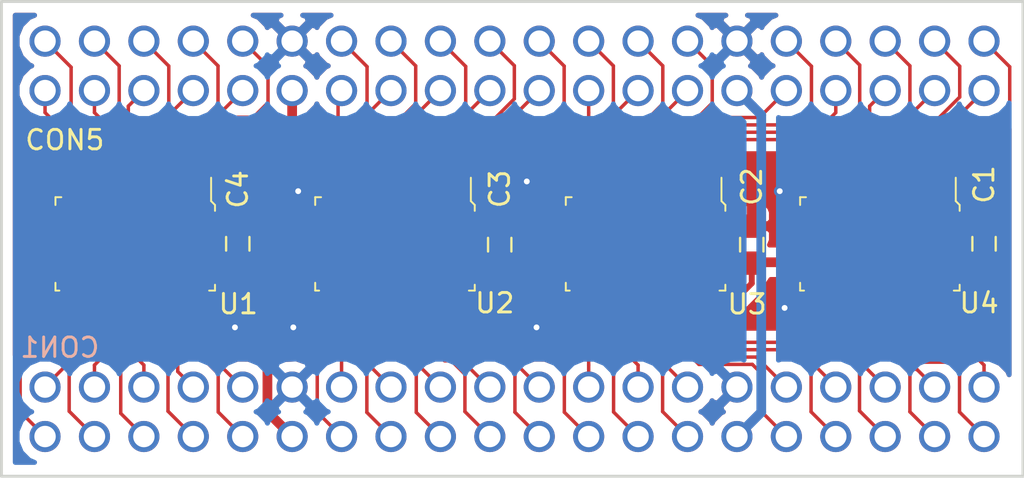
<source format=kicad_pcb>
(kicad_pcb (version 4) (host pcbnew 4.0.7)

  (general
    (links 0)
    (no_connects 23)
    (area 0 0 0 0)
    (thickness 1.6)
    (drawings 4)
    (tracks 378)
    (zones 0)
    (modules 17)
    (nets 88)
  )

  (page A4)
  (layers
    (0 F.Cu signal)
    (31 B.Cu signal)
    (32 B.Adhes user hide)
    (33 F.Adhes user hide)
    (34 B.Paste user)
    (35 F.Paste user)
    (36 B.SilkS user)
    (37 F.SilkS user)
    (38 B.Mask user)
    (39 F.Mask user)
    (40 Dwgs.User user)
    (41 Cmts.User user)
    (42 Eco1.User user)
    (43 Eco2.User user)
    (44 Edge.Cuts user)
    (45 Margin user)
    (46 B.CrtYd user)
    (47 F.CrtYd user)
    (48 B.Fab user)
    (49 F.Fab user)
  )

  (setup
    (last_trace_width 0.305)
    (user_trace_width 0.178)
    (user_trace_width 0.305)
    (user_trace_width 0.5)
    (trace_clearance 0.2)
    (zone_clearance 0.508)
    (zone_45_only no)
    (trace_min 0.178)
    (segment_width 0.2)
    (edge_width 0.15)
    (via_size 0.6)
    (via_drill 0.3)
    (via_min_size 0.6)
    (via_min_drill 0.3)
    (uvia_size 0.3)
    (uvia_drill 0.1)
    (uvias_allowed no)
    (uvia_min_size 0.2)
    (uvia_min_drill 0.1)
    (pcb_text_width 0.3)
    (pcb_text_size 1.5 1.5)
    (mod_edge_width 0.15)
    (mod_text_size 1 1)
    (mod_text_width 0.15)
    (pad_size 0.6 0.6)
    (pad_drill 0.3)
    (pad_to_mask_clearance 0.2)
    (aux_axis_origin 0 0)
    (visible_elements 7FFFFFE1)
    (pcbplotparams
      (layerselection 0x00030_80000001)
      (usegerberextensions false)
      (excludeedgelayer true)
      (linewidth 0.100000)
      (plotframeref false)
      (viasonmask false)
      (mode 1)
      (useauxorigin false)
      (hpglpennumber 1)
      (hpglpenspeed 20)
      (hpglpendiameter 15)
      (hpglpenoverlay 2)
      (psnegative false)
      (psa4output false)
      (plotreference true)
      (plotvalue true)
      (plotinvisibletext false)
      (padsonsilk false)
      (subtractmaskfromsilk false)
      (outputformat 1)
      (mirror false)
      (drillshape 1)
      (scaleselection 1)
      (outputdirectory ""))
  )

  (net 0 "")
  (net 1 /D0OUT)
  (net 2 /D1OUT)
  (net 3 /D2OUT)
  (net 4 /D3OUT)
  (net 5 /D4OUT)
  (net 6 /D5OUT)
  (net 7 /D6OUT)
  (net 8 /D7OUT)
  (net 9 /D8OUT)
  (net 10 /D9OUT)
  (net 11 /D10OUT)
  (net 12 /D11OUT)
  (net 13 /D12OUT)
  (net 14 /D13OUT)
  (net 15 /D14OUT)
  (net 16 /D15OUT)
  (net 17 /D16OUT)
  (net 18 /D17OUT)
  (net 19 /D18OUT)
  (net 20 /D19OUT)
  (net 21 /D20OUT)
  (net 22 /D21OUT)
  (net 23 /D22OUT)
  (net 24 /D23OUT)
  (net 25 /D24OUT)
  (net 26 /D25OUT)
  (net 27 /D26OUT)
  (net 28 /D27OUT)
  (net 29 /D28OUT)
  (net 30 /D29OUT)
  (net 31 /D30OUT)
  (net 32 /D31OUT)
  (net 33 /D32OUT)
  (net 34 /D33OUT)
  (net 35 /D34OUT)
  (net 36 /D35OUT)
  (net 37 /D0IN)
  (net 38 /D1IN)
  (net 39 /D2IN)
  (net 40 /D3IN)
  (net 41 /D4IN)
  (net 42 /D5IN)
  (net 43 /D6IN)
  (net 44 /D7IN)
  (net 45 /D8IN)
  (net 46 /D9IN)
  (net 47 /D10IN)
  (net 48 /D11IN)
  (net 49 /D12IN)
  (net 50 /D13IN)
  (net 51 /D14IN)
  (net 52 /D15IN)
  (net 53 /D16IN)
  (net 54 /D17IN)
  (net 55 /D18IN)
  (net 56 /D19IN)
  (net 57 /D20IN)
  (net 58 /D21IN)
  (net 59 /D22IN)
  (net 60 /D23IN)
  (net 61 /D24IN)
  (net 62 /D25IN)
  (net 63 /D26IN)
  (net 64 /D27IN)
  (net 65 /D28IN)
  (net 66 /D29IN)
  (net 67 /D30IN)
  (net 68 /D31IN)
  (net 69 /D32IN)
  (net 70 /D33IN)
  (net 71 /D34IN)
  (net 72 /D35IN)
  (net 73 "Net-(U1-Pad1)")
  (net 74 +5)
  (net 75 GND)
  (net 76 "Net-(U2-Pad1)")
  (net 77 "Net-(U3-Pad1)")
  (net 78 "Net-(U4-Pad1)")
  (net 79 "Net-(U4-Pad2)")
  (net 80 "Net-(U4-Pad3)")
  (net 81 "Net-(U4-Pad21)")
  (net 82 "Net-(U4-Pad22)")
  (net 83 +3)
  (net 84 "Net-(U4-Pad10)")
  (net 85 "Net-(U4-Pad11)")
  (net 86 "Net-(U4-Pad13)")
  (net 87 "Net-(U4-Pad14)")

  (net_class Default "This is the default net class."
    (clearance 0.2)
    (trace_width 0.178)
    (via_dia 0.6)
    (via_drill 0.3)
    (uvia_dia 0.3)
    (uvia_drill 0.1)
    (add_net +3)
    (add_net +5)
    (add_net /D0IN)
    (add_net /D0OUT)
    (add_net /D10IN)
    (add_net /D10OUT)
    (add_net /D11IN)
    (add_net /D11OUT)
    (add_net /D12IN)
    (add_net /D12OUT)
    (add_net /D13IN)
    (add_net /D13OUT)
    (add_net /D14IN)
    (add_net /D14OUT)
    (add_net /D15IN)
    (add_net /D15OUT)
    (add_net /D16IN)
    (add_net /D16OUT)
    (add_net /D17IN)
    (add_net /D17OUT)
    (add_net /D18IN)
    (add_net /D18OUT)
    (add_net /D19IN)
    (add_net /D19OUT)
    (add_net /D1IN)
    (add_net /D1OUT)
    (add_net /D20IN)
    (add_net /D20OUT)
    (add_net /D21IN)
    (add_net /D21OUT)
    (add_net /D22IN)
    (add_net /D22OUT)
    (add_net /D23IN)
    (add_net /D23OUT)
    (add_net /D24IN)
    (add_net /D24OUT)
    (add_net /D25IN)
    (add_net /D25OUT)
    (add_net /D26IN)
    (add_net /D26OUT)
    (add_net /D27IN)
    (add_net /D27OUT)
    (add_net /D28IN)
    (add_net /D28OUT)
    (add_net /D29IN)
    (add_net /D29OUT)
    (add_net /D2IN)
    (add_net /D2OUT)
    (add_net /D30IN)
    (add_net /D30OUT)
    (add_net /D31IN)
    (add_net /D31OUT)
    (add_net /D32IN)
    (add_net /D32OUT)
    (add_net /D33IN)
    (add_net /D33OUT)
    (add_net /D34IN)
    (add_net /D34OUT)
    (add_net /D35IN)
    (add_net /D35OUT)
    (add_net /D3IN)
    (add_net /D3OUT)
    (add_net /D4IN)
    (add_net /D4OUT)
    (add_net /D5IN)
    (add_net /D5OUT)
    (add_net /D6IN)
    (add_net /D6OUT)
    (add_net /D7IN)
    (add_net /D7OUT)
    (add_net /D8IN)
    (add_net /D8OUT)
    (add_net /D9IN)
    (add_net /D9OUT)
    (add_net GND)
    (add_net "Net-(U1-Pad1)")
    (add_net "Net-(U2-Pad1)")
    (add_net "Net-(U3-Pad1)")
    (add_net "Net-(U4-Pad1)")
    (add_net "Net-(U4-Pad10)")
    (add_net "Net-(U4-Pad11)")
    (add_net "Net-(U4-Pad13)")
    (add_net "Net-(U4-Pad14)")
    (add_net "Net-(U4-Pad2)")
    (add_net "Net-(U4-Pad21)")
    (add_net "Net-(U4-Pad22)")
    (add_net "Net-(U4-Pad3)")
  )

  (module pads:via-3mm (layer F.Cu) (tedit 5B50AD61) (tstamp 5B50AD9B)
    (at 180.25 143.25)
    (zone_connect 2)
    (fp_text reference "" (at 0 0.5) (layer F.SilkS) hide
      (effects (font (size 1 1) (thickness 0.15)))
    )
    (fp_text value "" (at 0 -0.5) (layer F.Fab) hide
      (effects (font (size 1 1) (thickness 0.15)))
    )
    (pad 1 thru_hole circle (at 0 0) (size 0.6 0.6) (drill 0.3) (layers *.Cu)
      (net 75 GND) (zone_connect 2))
  )

  (module pads:via-3mm (layer F.Cu) (tedit 5B50AD61) (tstamp 5B50AD95)
    (at 180 137.25)
    (zone_connect 2)
    (fp_text reference "" (at 0 0.5) (layer F.SilkS) hide
      (effects (font (size 1 1) (thickness 0.15)))
    )
    (fp_text value "" (at 0 -0.5) (layer F.Fab) hide
      (effects (font (size 1 1) (thickness 0.15)))
    )
    (pad 1 thru_hole circle (at 0 0) (size 0.6 0.6) (drill 0.3) (layers *.Cu)
      (net 75 GND) (zone_connect 2))
  )

  (module pads:via-3mm (layer F.Cu) (tedit 5B50AD61) (tstamp 5B50AD79)
    (at 152 144.25)
    (zone_connect 2)
    (fp_text reference "" (at 0 0.5) (layer F.SilkS) hide
      (effects (font (size 1 1) (thickness 0.15)))
    )
    (fp_text value "" (at 0 -0.5) (layer F.Fab) hide
      (effects (font (size 1 1) (thickness 0.15)))
    )
    (pad 1 thru_hole circle (at 0 0) (size 0.6 0.6) (drill 0.3) (layers *.Cu)
      (net 75 GND) (zone_connect 2))
  )

  (module pads:via-3mm (layer F.Cu) (tedit 5B50AD61) (tstamp 5B50AD75)
    (at 155.25 137.25)
    (zone_connect 2)
    (fp_text reference "" (at 0 0.5) (layer F.SilkS) hide
      (effects (font (size 1 1) (thickness 0.15)))
    )
    (fp_text value "" (at 0 -0.5) (layer F.Fab) hide
      (effects (font (size 1 1) (thickness 0.15)))
    )
    (pad 1 thru_hole circle (at 0 0) (size 0.6 0.6) (drill 0.3) (layers *.Cu)
      (net 75 GND) (zone_connect 2))
  )

  (module pads:via-3mm (layer F.Cu) (tedit 5B50AD61) (tstamp 5B50AD71)
    (at 155 144.25)
    (zone_connect 2)
    (fp_text reference "" (at 0 0.5) (layer F.SilkS) hide
      (effects (font (size 1 1) (thickness 0.15)))
    )
    (fp_text value "" (at 0 -0.5) (layer F.Fab) hide
      (effects (font (size 1 1) (thickness 0.15)))
    )
    (pad 1 thru_hole circle (at 0 0) (size 0.6 0.6) (drill 0.3) (layers *.Cu)
      (net 75 GND) (zone_connect 2))
  )

  (module pads:via-3mm (layer F.Cu) (tedit 5B50AD61) (tstamp 5B50AD6D)
    (at 167.5 144.25)
    (zone_connect 2)
    (fp_text reference "" (at 0 0.5) (layer F.SilkS) hide
      (effects (font (size 1 1) (thickness 0.15)))
    )
    (fp_text value "" (at 0 -0.5) (layer F.Fab) hide
      (effects (font (size 1 1) (thickness 0.15)))
    )
    (pad 1 thru_hole circle (at 0 0) (size 0.6 0.6) (drill 0.3) (layers *.Cu)
      (net 75 GND) (zone_connect 2))
  )

  (module de10_lvl:DE10_40PIN (layer F.Cu) (tedit 5B50A3D1) (tstamp 5B506814)
    (at 142.24 149.86 180)
    (path /5B4FB913)
    (fp_text reference CON1 (at -0.762 4.572 180) (layer B.SilkS)
      (effects (font (size 1 1) (thickness 0.15)) (justify mirror))
    )
    (fp_text value DE10_OUTPUT (at -0.01 3.92 180) (layer F.Fab) hide
      (effects (font (size 0.127 0.127) (thickness 0.000001)))
    )
    (pad 1 thru_hole circle (at 0 0 180) (size 1.6 1.6) (drill 1.1) (layers *.Cu *.Mask)
      (net 1 /D0OUT))
    (pad 2 thru_hole circle (at 0 2.54 180) (size 1.6 1.6) (drill 1.1) (layers *.Cu *.Mask)
      (net 2 /D1OUT))
    (pad 3 thru_hole circle (at -2.54 0 180) (size 1.6 1.6) (drill 1.1) (layers *.Cu *.Mask)
      (net 3 /D2OUT))
    (pad 4 thru_hole circle (at -2.54 2.54 180) (size 1.6 1.6) (drill 1.1) (layers *.Cu *.Mask)
      (net 4 /D3OUT))
    (pad 5 thru_hole circle (at -5.08 0 180) (size 1.6 1.6) (drill 1.1) (layers *.Cu *.Mask)
      (net 5 /D4OUT))
    (pad 6 thru_hole circle (at -5.08 2.54 180) (size 1.6 1.6) (drill 1.1) (layers *.Cu *.Mask)
      (net 6 /D5OUT))
    (pad 7 thru_hole circle (at -7.62 0 180) (size 1.6 1.6) (drill 1.1) (layers *.Cu *.Mask)
      (net 7 /D6OUT))
    (pad 8 thru_hole circle (at -7.62 2.54 180) (size 1.6 1.6) (drill 1.1) (layers *.Cu *.Mask)
      (net 8 /D7OUT))
    (pad 9 thru_hole circle (at -10.16 0 180) (size 1.6 1.6) (drill 1.1) (layers *.Cu *.Mask)
      (net 9 /D8OUT))
    (pad 10 thru_hole circle (at -10.16 2.54 180) (size 1.6 1.6) (drill 1.1) (layers *.Cu *.Mask)
      (net 10 /D9OUT))
    (pad 11 thru_hole circle (at -12.7 0 180) (size 1.6 1.6) (drill 1.1) (layers *.Cu *.Mask)
      (net 74 +5))
    (pad 12 thru_hole circle (at -12.7 2.54 180) (size 1.6 1.6) (drill 1.1) (layers *.Cu *.Mask)
      (net 75 GND))
    (pad 13 thru_hole circle (at -15.24 0 180) (size 1.6 1.6) (drill 1.1) (layers *.Cu *.Mask)
      (net 11 /D10OUT))
    (pad 14 thru_hole circle (at -15.24 2.54 180) (size 1.6 1.6) (drill 1.1) (layers *.Cu *.Mask)
      (net 12 /D11OUT))
    (pad 15 thru_hole circle (at -17.78 0 180) (size 1.6 1.6) (drill 1.1) (layers *.Cu *.Mask)
      (net 13 /D12OUT))
    (pad 16 thru_hole circle (at -17.78 2.54 180) (size 1.6 1.6) (drill 1.1) (layers *.Cu *.Mask)
      (net 14 /D13OUT))
    (pad 17 thru_hole circle (at -20.32 0 180) (size 1.6 1.6) (drill 1.1) (layers *.Cu *.Mask)
      (net 15 /D14OUT))
    (pad 18 thru_hole circle (at -20.32 2.54 180) (size 1.6 1.6) (drill 1.1) (layers *.Cu *.Mask)
      (net 16 /D15OUT))
    (pad 19 thru_hole circle (at -22.86 0 180) (size 1.6 1.6) (drill 1.1) (layers *.Cu *.Mask)
      (net 17 /D16OUT))
    (pad 20 thru_hole circle (at -22.86 2.54 180) (size 1.6 1.6) (drill 1.1) (layers *.Cu *.Mask)
      (net 18 /D17OUT))
    (pad 21 thru_hole circle (at -25.4 0 180) (size 1.6 1.6) (drill 1.1) (layers *.Cu *.Mask)
      (net 19 /D18OUT))
    (pad 22 thru_hole circle (at -25.4 2.54 180) (size 1.6 1.6) (drill 1.1) (layers *.Cu *.Mask)
      (net 20 /D19OUT))
    (pad 23 thru_hole circle (at -27.94 0 180) (size 1.6 1.6) (drill 1.1) (layers *.Cu *.Mask)
      (net 21 /D20OUT))
    (pad 24 thru_hole circle (at -27.94 2.54 180) (size 1.6 1.6) (drill 1.1) (layers *.Cu *.Mask)
      (net 22 /D21OUT))
    (pad 25 thru_hole circle (at -30.48 0 180) (size 1.6 1.6) (drill 1.1) (layers *.Cu *.Mask)
      (net 23 /D22OUT))
    (pad 26 thru_hole circle (at -30.48 2.54 180) (size 1.6 1.6) (drill 1.1) (layers *.Cu *.Mask)
      (net 24 /D23OUT))
    (pad 27 thru_hole circle (at -33.02 0 180) (size 1.6 1.6) (drill 1.1) (layers *.Cu *.Mask)
      (net 25 /D24OUT))
    (pad 28 thru_hole circle (at -33.02 2.54 180) (size 1.6 1.6) (drill 1.1) (layers *.Cu *.Mask)
      (net 26 /D25OUT))
    (pad 29 thru_hole circle (at -35.56 0 180) (size 1.6 1.6) (drill 1.1) (layers *.Cu *.Mask)
      (net 83 +3))
    (pad 30 thru_hole circle (at -35.56 2.54 180) (size 1.6 1.6) (drill 1.1) (layers *.Cu *.Mask)
      (net 75 GND))
    (pad 31 thru_hole circle (at -38.1 0 180) (size 1.6 1.6) (drill 1.1) (layers *.Cu *.Mask)
      (net 27 /D26OUT))
    (pad 32 thru_hole circle (at -38.1 2.54 180) (size 1.6 1.6) (drill 1.1) (layers *.Cu *.Mask)
      (net 28 /D27OUT))
    (pad 33 thru_hole circle (at -40.64 0 180) (size 1.6 1.6) (drill 1.1) (layers *.Cu *.Mask)
      (net 29 /D28OUT))
    (pad 34 thru_hole circle (at -40.64 2.54 180) (size 1.6 1.6) (drill 1.1) (layers *.Cu *.Mask)
      (net 30 /D29OUT))
    (pad 35 thru_hole circle (at -43.18 0 180) (size 1.6 1.6) (drill 1.1) (layers *.Cu *.Mask)
      (net 31 /D30OUT))
    (pad 36 thru_hole circle (at -43.18 2.54 180) (size 1.6 1.6) (drill 1.1) (layers *.Cu *.Mask)
      (net 32 /D31OUT))
    (pad 37 thru_hole circle (at -45.72 0 180) (size 1.6 1.6) (drill 1.1) (layers *.Cu *.Mask)
      (net 33 /D32OUT))
    (pad 38 thru_hole circle (at -45.72 2.54 180) (size 1.6 1.6) (drill 1.1) (layers *.Cu *.Mask)
      (net 34 /D33OUT))
    (pad 39 thru_hole circle (at -48.26 0 180) (size 1.6 1.6) (drill 1.1) (layers *.Cu *.Mask)
      (net 35 /D34OUT))
    (pad 40 thru_hole circle (at -48.26 2.54 180) (size 1.6 1.6) (drill 1.1) (layers *.Cu *.Mask)
      (net 36 /D35OUT))
  )

  (module de10_lvl:DE10_40PIN (layer F.Cu) (tedit 5B50A3CA) (tstamp 5B506840)
    (at 142.24 132.08 180)
    (path /5B4F8989)
    (fp_text reference CON5 (at -1.016 -2.54 180) (layer F.SilkS)
      (effects (font (size 1 1) (thickness 0.15)))
    )
    (fp_text value DE10_INPUT (at 0.02 -1.37 180) (layer F.Fab) hide
      (effects (font (size 0.127 0.127) (thickness 0.000001)))
    )
    (pad 1 thru_hole circle (at 0 0 180) (size 1.6 1.6) (drill 1.1) (layers *.Cu *.Mask)
      (net 37 /D0IN))
    (pad 2 thru_hole circle (at 0 2.54 180) (size 1.6 1.6) (drill 1.1) (layers *.Cu *.Mask)
      (net 38 /D1IN))
    (pad 3 thru_hole circle (at -2.54 0 180) (size 1.6 1.6) (drill 1.1) (layers *.Cu *.Mask)
      (net 39 /D2IN))
    (pad 4 thru_hole circle (at -2.54 2.54 180) (size 1.6 1.6) (drill 1.1) (layers *.Cu *.Mask)
      (net 40 /D3IN))
    (pad 5 thru_hole circle (at -5.08 0 180) (size 1.6 1.6) (drill 1.1) (layers *.Cu *.Mask)
      (net 41 /D4IN))
    (pad 6 thru_hole circle (at -5.08 2.54 180) (size 1.6 1.6) (drill 1.1) (layers *.Cu *.Mask)
      (net 42 /D5IN))
    (pad 7 thru_hole circle (at -7.62 0 180) (size 1.6 1.6) (drill 1.1) (layers *.Cu *.Mask)
      (net 43 /D6IN))
    (pad 8 thru_hole circle (at -7.62 2.54 180) (size 1.6 1.6) (drill 1.1) (layers *.Cu *.Mask)
      (net 44 /D7IN))
    (pad 9 thru_hole circle (at -10.16 0 180) (size 1.6 1.6) (drill 1.1) (layers *.Cu *.Mask)
      (net 45 /D8IN))
    (pad 10 thru_hole circle (at -10.16 2.54 180) (size 1.6 1.6) (drill 1.1) (layers *.Cu *.Mask)
      (net 46 /D9IN))
    (pad 11 thru_hole circle (at -12.7 0 180) (size 1.6 1.6) (drill 1.1) (layers *.Cu *.Mask)
      (net 74 +5))
    (pad 12 thru_hole circle (at -12.7 2.54 180) (size 1.6 1.6) (drill 1.1) (layers *.Cu *.Mask)
      (net 75 GND))
    (pad 13 thru_hole circle (at -15.24 0 180) (size 1.6 1.6) (drill 1.1) (layers *.Cu *.Mask)
      (net 47 /D10IN))
    (pad 14 thru_hole circle (at -15.24 2.54 180) (size 1.6 1.6) (drill 1.1) (layers *.Cu *.Mask)
      (net 48 /D11IN))
    (pad 15 thru_hole circle (at -17.78 0 180) (size 1.6 1.6) (drill 1.1) (layers *.Cu *.Mask)
      (net 49 /D12IN))
    (pad 16 thru_hole circle (at -17.78 2.54 180) (size 1.6 1.6) (drill 1.1) (layers *.Cu *.Mask)
      (net 50 /D13IN))
    (pad 17 thru_hole circle (at -20.32 0 180) (size 1.6 1.6) (drill 1.1) (layers *.Cu *.Mask)
      (net 51 /D14IN))
    (pad 18 thru_hole circle (at -20.32 2.54 180) (size 1.6 1.6) (drill 1.1) (layers *.Cu *.Mask)
      (net 52 /D15IN))
    (pad 19 thru_hole circle (at -22.86 0 180) (size 1.6 1.6) (drill 1.1) (layers *.Cu *.Mask)
      (net 53 /D16IN))
    (pad 20 thru_hole circle (at -22.86 2.54 180) (size 1.6 1.6) (drill 1.1) (layers *.Cu *.Mask)
      (net 54 /D17IN))
    (pad 21 thru_hole circle (at -25.4 0 180) (size 1.6 1.6) (drill 1.1) (layers *.Cu *.Mask)
      (net 55 /D18IN))
    (pad 22 thru_hole circle (at -25.4 2.54 180) (size 1.6 1.6) (drill 1.1) (layers *.Cu *.Mask)
      (net 56 /D19IN))
    (pad 23 thru_hole circle (at -27.94 0 180) (size 1.6 1.6) (drill 1.1) (layers *.Cu *.Mask)
      (net 57 /D20IN))
    (pad 24 thru_hole circle (at -27.94 2.54 180) (size 1.6 1.6) (drill 1.1) (layers *.Cu *.Mask)
      (net 58 /D21IN))
    (pad 25 thru_hole circle (at -30.48 0 180) (size 1.6 1.6) (drill 1.1) (layers *.Cu *.Mask)
      (net 59 /D22IN))
    (pad 26 thru_hole circle (at -30.48 2.54 180) (size 1.6 1.6) (drill 1.1) (layers *.Cu *.Mask)
      (net 60 /D23IN))
    (pad 27 thru_hole circle (at -33.02 0 180) (size 1.6 1.6) (drill 1.1) (layers *.Cu *.Mask)
      (net 61 /D24IN))
    (pad 28 thru_hole circle (at -33.02 2.54 180) (size 1.6 1.6) (drill 1.1) (layers *.Cu *.Mask)
      (net 62 /D25IN))
    (pad 29 thru_hole circle (at -35.56 0 180) (size 1.6 1.6) (drill 1.1) (layers *.Cu *.Mask)
      (net 83 +3))
    (pad 30 thru_hole circle (at -35.56 2.54 180) (size 1.6 1.6) (drill 1.1) (layers *.Cu *.Mask)
      (net 75 GND))
    (pad 31 thru_hole circle (at -38.1 0 180) (size 1.6 1.6) (drill 1.1) (layers *.Cu *.Mask)
      (net 63 /D26IN))
    (pad 32 thru_hole circle (at -38.1 2.54 180) (size 1.6 1.6) (drill 1.1) (layers *.Cu *.Mask)
      (net 64 /D27IN))
    (pad 33 thru_hole circle (at -40.64 0 180) (size 1.6 1.6) (drill 1.1) (layers *.Cu *.Mask)
      (net 65 /D28IN))
    (pad 34 thru_hole circle (at -40.64 2.54 180) (size 1.6 1.6) (drill 1.1) (layers *.Cu *.Mask)
      (net 66 /D29IN))
    (pad 35 thru_hole circle (at -43.18 0 180) (size 1.6 1.6) (drill 1.1) (layers *.Cu *.Mask)
      (net 67 /D30IN))
    (pad 36 thru_hole circle (at -43.18 2.54 180) (size 1.6 1.6) (drill 1.1) (layers *.Cu *.Mask)
      (net 68 /D31IN))
    (pad 37 thru_hole circle (at -45.72 0 180) (size 1.6 1.6) (drill 1.1) (layers *.Cu *.Mask)
      (net 69 /D32IN))
    (pad 38 thru_hole circle (at -45.72 2.54 180) (size 1.6 1.6) (drill 1.1) (layers *.Cu *.Mask)
      (net 70 /D33IN))
    (pad 39 thru_hole circle (at -48.26 0 180) (size 1.6 1.6) (drill 1.1) (layers *.Cu *.Mask)
      (net 71 /D34IN))
    (pad 40 thru_hole circle (at -48.26 2.54 180) (size 1.6 1.6) (drill 1.1) (layers *.Cu *.Mask)
      (net 72 /D35IN))
  )

  (module Capacitors_SMD:C_0603_HandSoldering (layer F.Cu) (tedit 5B50A82E) (tstamp 5B509EF0)
    (at 190.5 139.954 90)
    (descr "Capacitor SMD 0603, hand soldering")
    (tags "capacitor 0603")
    (path /5B50A452)
    (attr smd)
    (fp_text reference C1 (at 3.048 0 90) (layer F.SilkS)
      (effects (font (size 1 1) (thickness 0.15)))
    )
    (fp_text value .1u (at 0 0 180) (layer F.Fab)
      (effects (font (size 0.15 0.15) (thickness 0.0375)))
    )
    (fp_text user %R (at 3.048 0 90) (layer F.Fab)
      (effects (font (size 1 1) (thickness 0.15)))
    )
    (fp_line (start -0.8 0.4) (end -0.8 -0.4) (layer F.Fab) (width 0.1))
    (fp_line (start 0.8 0.4) (end -0.8 0.4) (layer F.Fab) (width 0.1))
    (fp_line (start 0.8 -0.4) (end 0.8 0.4) (layer F.Fab) (width 0.1))
    (fp_line (start -0.8 -0.4) (end 0.8 -0.4) (layer F.Fab) (width 0.1))
    (fp_line (start -0.35 -0.6) (end 0.35 -0.6) (layer F.SilkS) (width 0.12))
    (fp_line (start 0.35 0.6) (end -0.35 0.6) (layer F.SilkS) (width 0.12))
    (fp_line (start -1.8 -0.65) (end 1.8 -0.65) (layer F.CrtYd) (width 0.05))
    (fp_line (start -1.8 -0.65) (end -1.8 0.65) (layer F.CrtYd) (width 0.05))
    (fp_line (start 1.8 0.65) (end 1.8 -0.65) (layer F.CrtYd) (width 0.05))
    (fp_line (start 1.8 0.65) (end -1.8 0.65) (layer F.CrtYd) (width 0.05))
    (pad 1 smd rect (at -0.95 0 90) (size 1.2 0.75) (layers F.Cu F.Paste F.Mask)
      (net 74 +5))
    (pad 2 smd rect (at 0.95 0 90) (size 1.2 0.75) (layers F.Cu F.Paste F.Mask)
      (net 75 GND))
    (model Capacitors_SMD.3dshapes/C_0603.wrl
      (at (xyz 0 0 0))
      (scale (xyz 1 1 1))
      (rotate (xyz 0 0 0))
    )
  )

  (module Capacitors_SMD:C_0603_HandSoldering (layer F.Cu) (tedit 5B50A846) (tstamp 5B509EF6)
    (at 178.562 140 90)
    (descr "Capacitor SMD 0603, hand soldering")
    (tags "capacitor 0603")
    (path /5B50A4D4)
    (attr smd)
    (fp_text reference C2 (at 2.982 0 90) (layer F.SilkS)
      (effects (font (size 1 1) (thickness 0.15)))
    )
    (fp_text value .1u (at 0 0 180) (layer F.Fab)
      (effects (font (size 0.15 0.15) (thickness 0.0375)))
    )
    (fp_text user %R (at 2.982 0 90) (layer F.Fab)
      (effects (font (size 1 1) (thickness 0.15)))
    )
    (fp_line (start -0.8 0.4) (end -0.8 -0.4) (layer F.Fab) (width 0.1))
    (fp_line (start 0.8 0.4) (end -0.8 0.4) (layer F.Fab) (width 0.1))
    (fp_line (start 0.8 -0.4) (end 0.8 0.4) (layer F.Fab) (width 0.1))
    (fp_line (start -0.8 -0.4) (end 0.8 -0.4) (layer F.Fab) (width 0.1))
    (fp_line (start -0.35 -0.6) (end 0.35 -0.6) (layer F.SilkS) (width 0.12))
    (fp_line (start 0.35 0.6) (end -0.35 0.6) (layer F.SilkS) (width 0.12))
    (fp_line (start -1.8 -0.65) (end 1.8 -0.65) (layer F.CrtYd) (width 0.05))
    (fp_line (start -1.8 -0.65) (end -1.8 0.65) (layer F.CrtYd) (width 0.05))
    (fp_line (start 1.8 0.65) (end 1.8 -0.65) (layer F.CrtYd) (width 0.05))
    (fp_line (start 1.8 0.65) (end -1.8 0.65) (layer F.CrtYd) (width 0.05))
    (pad 1 smd rect (at -0.95 0 90) (size 1.2 0.75) (layers F.Cu F.Paste F.Mask)
      (net 74 +5))
    (pad 2 smd rect (at 0.95 0 90) (size 1.2 0.75) (layers F.Cu F.Paste F.Mask)
      (net 75 GND))
    (model Capacitors_SMD.3dshapes/C_0603.wrl
      (at (xyz 0 0 0))
      (scale (xyz 1 1 1))
      (rotate (xyz 0 0 0))
    )
  )

  (module Capacitors_SMD:C_0603_HandSoldering (layer F.Cu) (tedit 5B50A88E) (tstamp 5B509EFC)
    (at 165.608 140 90)
    (descr "Capacitor SMD 0603, hand soldering")
    (tags "capacitor 0603")
    (path /5B50A500)
    (attr smd)
    (fp_text reference C3 (at 2.86 0 90) (layer F.SilkS)
      (effects (font (size 1 1) (thickness 0.15)))
    )
    (fp_text value .1u (at 0 0 180) (layer F.Fab)
      (effects (font (size 0.15 0.15) (thickness 0.0375)))
    )
    (fp_text user %R (at 2.86 0 90) (layer F.Fab)
      (effects (font (size 1 1) (thickness 0.15)))
    )
    (fp_line (start -0.8 0.4) (end -0.8 -0.4) (layer F.Fab) (width 0.1))
    (fp_line (start 0.8 0.4) (end -0.8 0.4) (layer F.Fab) (width 0.1))
    (fp_line (start 0.8 -0.4) (end 0.8 0.4) (layer F.Fab) (width 0.1))
    (fp_line (start -0.8 -0.4) (end 0.8 -0.4) (layer F.Fab) (width 0.1))
    (fp_line (start -0.35 -0.6) (end 0.35 -0.6) (layer F.SilkS) (width 0.12))
    (fp_line (start 0.35 0.6) (end -0.35 0.6) (layer F.SilkS) (width 0.12))
    (fp_line (start -1.8 -0.65) (end 1.8 -0.65) (layer F.CrtYd) (width 0.05))
    (fp_line (start -1.8 -0.65) (end -1.8 0.65) (layer F.CrtYd) (width 0.05))
    (fp_line (start 1.8 0.65) (end 1.8 -0.65) (layer F.CrtYd) (width 0.05))
    (fp_line (start 1.8 0.65) (end -1.8 0.65) (layer F.CrtYd) (width 0.05))
    (pad 1 smd rect (at -0.95 0 90) (size 1.2 0.75) (layers F.Cu F.Paste F.Mask)
      (net 74 +5))
    (pad 2 smd rect (at 0.95 0 90) (size 1.2 0.75) (layers F.Cu F.Paste F.Mask)
      (net 75 GND))
    (model Capacitors_SMD.3dshapes/C_0603.wrl
      (at (xyz 0 0 0))
      (scale (xyz 1 1 1))
      (rotate (xyz 0 0 0))
    )
  )

  (module Capacitors_SMD:C_0603_HandSoldering (layer F.Cu) (tedit 5B50A90A) (tstamp 5B509F02)
    (at 152.146 139.954 90)
    (descr "Capacitor SMD 0603, hand soldering")
    (tags "capacitor 0603")
    (path /5B50A541)
    (attr smd)
    (fp_text reference C4 (at 2.794 0 90) (layer F.SilkS)
      (effects (font (size 1 1) (thickness 0.15)))
    )
    (fp_text value .1u (at 0 0 180) (layer F.Fab)
      (effects (font (size 0.15 0.15) (thickness 0.0375)))
    )
    (fp_text user %R (at 2.794 0 90) (layer F.Fab)
      (effects (font (size 1 1) (thickness 0.15)))
    )
    (fp_line (start -0.8 0.4) (end -0.8 -0.4) (layer F.Fab) (width 0.1))
    (fp_line (start 0.8 0.4) (end -0.8 0.4) (layer F.Fab) (width 0.1))
    (fp_line (start 0.8 -0.4) (end 0.8 0.4) (layer F.Fab) (width 0.1))
    (fp_line (start -0.8 -0.4) (end 0.8 -0.4) (layer F.Fab) (width 0.1))
    (fp_line (start -0.35 -0.6) (end 0.35 -0.6) (layer F.SilkS) (width 0.12))
    (fp_line (start 0.35 0.6) (end -0.35 0.6) (layer F.SilkS) (width 0.12))
    (fp_line (start -1.8 -0.65) (end 1.8 -0.65) (layer F.CrtYd) (width 0.05))
    (fp_line (start -1.8 -0.65) (end -1.8 0.65) (layer F.CrtYd) (width 0.05))
    (fp_line (start 1.8 0.65) (end 1.8 -0.65) (layer F.CrtYd) (width 0.05))
    (fp_line (start 1.8 0.65) (end -1.8 0.65) (layer F.CrtYd) (width 0.05))
    (pad 1 smd rect (at -0.95 0 90) (size 1.2 0.75) (layers F.Cu F.Paste F.Mask)
      (net 74 +5))
    (pad 2 smd rect (at 0.95 0 90) (size 1.2 0.75) (layers F.Cu F.Paste F.Mask)
      (net 75 GND))
    (model Capacitors_SMD.3dshapes/C_0603.wrl
      (at (xyz 0 0 0))
      (scale (xyz 1 1 1))
      (rotate (xyz 0 0 0))
    )
  )

  (module digikey-footprints:TSSOP-24_W4.40mm (layer F.Cu) (tedit 5B50A3C3) (tstamp 5B50A1B2)
    (at 146.875 139.96 180)
    (descr http://www.ti.com/lit/ds/symlink/tca9548a.pdf)
    (path /5B5098D9)
    (fp_text reference U1 (at -5.295 -3.09 180) (layer F.SilkS)
      (effects (font (size 1 1) (thickness 0.15)))
    )
    (fp_text value SN74CBTD3861PWR (at -2.555 1.55 180) (layer F.Fab) hide
      (effects (font (size 0.127 0.127) (thickness 0.000001)))
    )
    (fp_line (start 4.16 -3.85) (end 4.16 3.85) (layer F.CrtYd) (width 0.05))
    (fp_line (start -4.16 3.85) (end -4.16 -3.85) (layer F.CrtYd) (width 0.05))
    (fp_line (start 4.16 3.85) (end -4.16 3.85) (layer F.CrtYd) (width 0.05))
    (fp_line (start 4.16 -3.85) (end -4.16 -3.85) (layer F.CrtYd) (width 0.05))
    (fp_text user %R (at -5.275 -3.09 180) (layer F.Fab)
      (effects (font (size 1 1) (thickness 0.15)))
    )
    (fp_line (start 3.8 2.4) (end 4.1 2.4) (layer F.SilkS) (width 0.1))
    (fp_line (start 4.1 2.4) (end 4.1 2) (layer F.SilkS) (width 0.1))
    (fp_line (start 3.9 -2.4) (end 4.1 -2.4) (layer F.SilkS) (width 0.1))
    (fp_line (start 4.1 -2.4) (end 4.1 -2) (layer F.SilkS) (width 0.1))
    (fp_line (start -3.8 -2.4) (end -4.1 -2.4) (layer F.SilkS) (width 0.1))
    (fp_line (start -4.1 -2.4) (end -4.1 -2.1) (layer F.SilkS) (width 0.1))
    (fp_line (start -4.1 1.7) (end -4.1 2) (layer F.SilkS) (width 0.1))
    (fp_line (start -4.1 2) (end -3.9 2.2) (layer F.SilkS) (width 0.1))
    (fp_line (start -3.9 2.2) (end -3.9 3.4) (layer F.SilkS) (width 0.1))
    (fp_line (start -3.9 -2.2) (end -3.9 1.86) (layer F.Fab) (width 0.1))
    (fp_line (start -3.57 2.2) (end 3.9 2.2) (layer F.Fab) (width 0.1))
    (fp_line (start -3.9 1.86) (end -3.57 2.2) (layer F.Fab) (width 0.1))
    (fp_line (start -3.9 -2.2) (end 3.9 -2.2) (layer F.Fab) (width 0.1))
    (fp_line (start 3.9 -2.2) (end 3.9 2.2) (layer F.Fab) (width 0.1))
    (pad 1 smd rect (at -3.575 2.8 180) (size 0.3 1.6) (layers F.Cu F.Paste F.Mask)
      (net 73 "Net-(U1-Pad1)") (solder_mask_margin 0.07))
    (pad 2 smd rect (at -2.925 2.8 180) (size 0.3 1.6) (layers F.Cu F.Paste F.Mask)
      (net 46 /D9IN) (solder_mask_margin 0.07))
    (pad 3 smd rect (at -2.275 2.8 180) (size 0.3 1.6) (layers F.Cu F.Paste F.Mask)
      (net 45 /D8IN) (solder_mask_margin 0.07))
    (pad 4 smd rect (at -1.625 2.8 180) (size 0.3 1.6) (layers F.Cu F.Paste F.Mask)
      (net 44 /D7IN) (solder_mask_margin 0.07))
    (pad 5 smd rect (at -0.975 2.8 180) (size 0.3 1.6) (layers F.Cu F.Paste F.Mask)
      (net 43 /D6IN) (solder_mask_margin 0.07))
    (pad 6 smd rect (at -0.325 2.8 180) (size 0.3 1.6) (layers F.Cu F.Paste F.Mask)
      (net 42 /D5IN) (solder_mask_margin 0.07))
    (pad 7 smd rect (at 0.325 2.8 180) (size 0.3 1.6) (layers F.Cu F.Paste F.Mask)
      (net 41 /D4IN) (solder_mask_margin 0.07))
    (pad 8 smd rect (at 0.975 2.8 180) (size 0.3 1.6) (layers F.Cu F.Paste F.Mask)
      (net 40 /D3IN) (solder_mask_margin 0.07))
    (pad 9 smd rect (at 1.625 2.8 180) (size 0.3 1.6) (layers F.Cu F.Paste F.Mask)
      (net 39 /D2IN) (solder_mask_margin 0.07))
    (pad 10 smd rect (at 2.275 2.8 180) (size 0.3 1.6) (layers F.Cu F.Paste F.Mask)
      (net 38 /D1IN) (solder_mask_margin 0.07))
    (pad 11 smd rect (at 2.925 2.8 180) (size 0.3 1.6) (layers F.Cu F.Paste F.Mask)
      (net 37 /D0IN) (solder_mask_margin 0.07))
    (pad 12 smd rect (at 3.575 2.8 180) (size 0.3 1.6) (layers F.Cu F.Paste F.Mask)
      (net 75 GND) (solder_mask_margin 0.07))
    (pad 13 smd rect (at 3.575 -2.8 180) (size 0.3 1.6) (layers F.Cu F.Paste F.Mask)
      (net 1 /D0OUT) (solder_mask_margin 0.07))
    (pad 14 smd rect (at 2.925 -2.8 180) (size 0.3 1.6) (layers F.Cu F.Paste F.Mask)
      (net 2 /D1OUT) (solder_mask_margin 0.07))
    (pad 15 smd rect (at 2.275 -2.8 180) (size 0.3 1.6) (layers F.Cu F.Paste F.Mask)
      (net 3 /D2OUT) (solder_mask_margin 0.07))
    (pad 16 smd rect (at 1.625 -2.8 180) (size 0.3 1.6) (layers F.Cu F.Paste F.Mask)
      (net 4 /D3OUT) (solder_mask_margin 0.07))
    (pad 17 smd rect (at 0.975 -2.8 180) (size 0.3 1.6) (layers F.Cu F.Paste F.Mask)
      (net 5 /D4OUT) (solder_mask_margin 0.07))
    (pad 18 smd rect (at 0.325 -2.8 180) (size 0.3 1.6) (layers F.Cu F.Paste F.Mask)
      (net 6 /D5OUT) (solder_mask_margin 0.07))
    (pad 19 smd rect (at -0.325 -2.8 180) (size 0.3 1.6) (layers F.Cu F.Paste F.Mask)
      (net 7 /D6OUT) (solder_mask_margin 0.07))
    (pad 20 smd rect (at -0.975 -2.8 180) (size 0.3 1.6) (layers F.Cu F.Paste F.Mask)
      (net 8 /D7OUT) (solder_mask_margin 0.07))
    (pad 21 smd rect (at -1.625 -2.8 180) (size 0.3 1.6) (layers F.Cu F.Paste F.Mask)
      (net 9 /D8OUT) (solder_mask_margin 0.07))
    (pad 22 smd rect (at -2.275 -2.8 180) (size 0.3 1.6) (layers F.Cu F.Paste F.Mask)
      (net 10 /D9OUT) (solder_mask_margin 0.07))
    (pad 23 smd rect (at -2.925 -2.8 180) (size 0.3 1.6) (layers F.Cu F.Paste F.Mask)
      (net 75 GND) (solder_mask_margin 0.07))
    (pad 24 smd rect (at -3.575 -2.8 180) (size 0.3 1.6) (layers F.Cu F.Paste F.Mask)
      (net 74 +5) (solder_mask_margin 0.07))
  )

  (module digikey-footprints:TSSOP-24_W4.40mm (layer F.Cu) (tedit 5B50A3FA) (tstamp 5B50A1CD)
    (at 160.225 139.96 180)
    (descr http://www.ti.com/lit/ds/symlink/tca9548a.pdf)
    (path /5B509BD1)
    (fp_text reference U2 (at -5.129 -3.042 180) (layer F.SilkS)
      (effects (font (size 1 1) (thickness 0.15)))
    )
    (fp_text value SN74CBTD3861PWR (at -2.595 1.53 180) (layer F.Fab) hide
      (effects (font (size 0.127 0.127) (thickness 0.000001)))
    )
    (fp_line (start 4.16 -3.85) (end 4.16 3.85) (layer F.CrtYd) (width 0.05))
    (fp_line (start -4.16 3.85) (end -4.16 -3.85) (layer F.CrtYd) (width 0.05))
    (fp_line (start 4.16 3.85) (end -4.16 3.85) (layer F.CrtYd) (width 0.05))
    (fp_line (start 4.16 -3.85) (end -4.16 -3.85) (layer F.CrtYd) (width 0.05))
    (fp_text user %R (at -5.129 -3.042 180) (layer F.Fab)
      (effects (font (size 1 1) (thickness 0.15)))
    )
    (fp_line (start 3.8 2.4) (end 4.1 2.4) (layer F.SilkS) (width 0.1))
    (fp_line (start 4.1 2.4) (end 4.1 2) (layer F.SilkS) (width 0.1))
    (fp_line (start 3.9 -2.4) (end 4.1 -2.4) (layer F.SilkS) (width 0.1))
    (fp_line (start 4.1 -2.4) (end 4.1 -2) (layer F.SilkS) (width 0.1))
    (fp_line (start -3.8 -2.4) (end -4.1 -2.4) (layer F.SilkS) (width 0.1))
    (fp_line (start -4.1 -2.4) (end -4.1 -2.1) (layer F.SilkS) (width 0.1))
    (fp_line (start -4.1 1.7) (end -4.1 2) (layer F.SilkS) (width 0.1))
    (fp_line (start -4.1 2) (end -3.9 2.2) (layer F.SilkS) (width 0.1))
    (fp_line (start -3.9 2.2) (end -3.9 3.4) (layer F.SilkS) (width 0.1))
    (fp_line (start -3.9 -2.2) (end -3.9 1.86) (layer F.Fab) (width 0.1))
    (fp_line (start -3.57 2.2) (end 3.9 2.2) (layer F.Fab) (width 0.1))
    (fp_line (start -3.9 1.86) (end -3.57 2.2) (layer F.Fab) (width 0.1))
    (fp_line (start -3.9 -2.2) (end 3.9 -2.2) (layer F.Fab) (width 0.1))
    (fp_line (start 3.9 -2.2) (end 3.9 2.2) (layer F.Fab) (width 0.1))
    (pad 1 smd rect (at -3.575 2.8 180) (size 0.3 1.6) (layers F.Cu F.Paste F.Mask)
      (net 76 "Net-(U2-Pad1)") (solder_mask_margin 0.07))
    (pad 2 smd rect (at -2.925 2.8 180) (size 0.3 1.6) (layers F.Cu F.Paste F.Mask)
      (net 56 /D19IN) (solder_mask_margin 0.07))
    (pad 3 smd rect (at -2.275 2.8 180) (size 0.3 1.6) (layers F.Cu F.Paste F.Mask)
      (net 55 /D18IN) (solder_mask_margin 0.07))
    (pad 4 smd rect (at -1.625 2.8 180) (size 0.3 1.6) (layers F.Cu F.Paste F.Mask)
      (net 54 /D17IN) (solder_mask_margin 0.07))
    (pad 5 smd rect (at -0.975 2.8 180) (size 0.3 1.6) (layers F.Cu F.Paste F.Mask)
      (net 53 /D16IN) (solder_mask_margin 0.07))
    (pad 6 smd rect (at -0.325 2.8 180) (size 0.3 1.6) (layers F.Cu F.Paste F.Mask)
      (net 52 /D15IN) (solder_mask_margin 0.07))
    (pad 7 smd rect (at 0.325 2.8 180) (size 0.3 1.6) (layers F.Cu F.Paste F.Mask)
      (net 51 /D14IN) (solder_mask_margin 0.07))
    (pad 8 smd rect (at 0.975 2.8 180) (size 0.3 1.6) (layers F.Cu F.Paste F.Mask)
      (net 50 /D13IN) (solder_mask_margin 0.07))
    (pad 9 smd rect (at 1.625 2.8 180) (size 0.3 1.6) (layers F.Cu F.Paste F.Mask)
      (net 49 /D12IN) (solder_mask_margin 0.07))
    (pad 10 smd rect (at 2.275 2.8 180) (size 0.3 1.6) (layers F.Cu F.Paste F.Mask)
      (net 48 /D11IN) (solder_mask_margin 0.07))
    (pad 11 smd rect (at 2.925 2.8 180) (size 0.3 1.6) (layers F.Cu F.Paste F.Mask)
      (net 47 /D10IN) (solder_mask_margin 0.07))
    (pad 12 smd rect (at 3.575 2.8 180) (size 0.3 1.6) (layers F.Cu F.Paste F.Mask)
      (net 75 GND) (solder_mask_margin 0.07))
    (pad 13 smd rect (at 3.575 -2.8 180) (size 0.3 1.6) (layers F.Cu F.Paste F.Mask)
      (net 11 /D10OUT) (solder_mask_margin 0.07))
    (pad 14 smd rect (at 2.925 -2.8 180) (size 0.3 1.6) (layers F.Cu F.Paste F.Mask)
      (net 12 /D11OUT) (solder_mask_margin 0.07))
    (pad 15 smd rect (at 2.275 -2.8 180) (size 0.3 1.6) (layers F.Cu F.Paste F.Mask)
      (net 13 /D12OUT) (solder_mask_margin 0.07))
    (pad 16 smd rect (at 1.625 -2.8 180) (size 0.3 1.6) (layers F.Cu F.Paste F.Mask)
      (net 14 /D13OUT) (solder_mask_margin 0.07))
    (pad 17 smd rect (at 0.975 -2.8 180) (size 0.3 1.6) (layers F.Cu F.Paste F.Mask)
      (net 15 /D14OUT) (solder_mask_margin 0.07))
    (pad 18 smd rect (at 0.325 -2.8 180) (size 0.3 1.6) (layers F.Cu F.Paste F.Mask)
      (net 16 /D15OUT) (solder_mask_margin 0.07))
    (pad 19 smd rect (at -0.325 -2.8 180) (size 0.3 1.6) (layers F.Cu F.Paste F.Mask)
      (net 17 /D16OUT) (solder_mask_margin 0.07))
    (pad 20 smd rect (at -0.975 -2.8 180) (size 0.3 1.6) (layers F.Cu F.Paste F.Mask)
      (net 18 /D17OUT) (solder_mask_margin 0.07))
    (pad 21 smd rect (at -1.625 -2.8 180) (size 0.3 1.6) (layers F.Cu F.Paste F.Mask)
      (net 19 /D18OUT) (solder_mask_margin 0.07))
    (pad 22 smd rect (at -2.275 -2.8 180) (size 0.3 1.6) (layers F.Cu F.Paste F.Mask)
      (net 20 /D19OUT) (solder_mask_margin 0.07))
    (pad 23 smd rect (at -2.925 -2.8 180) (size 0.3 1.6) (layers F.Cu F.Paste F.Mask)
      (net 75 GND) (solder_mask_margin 0.07))
    (pad 24 smd rect (at -3.575 -2.8 180) (size 0.3 1.6) (layers F.Cu F.Paste F.Mask)
      (net 74 +5) (solder_mask_margin 0.07))
  )

  (module digikey-footprints:TSSOP-24_W4.40mm (layer F.Cu) (tedit 5B50A410) (tstamp 5B50A1E8)
    (at 173.105 139.96 180)
    (descr http://www.ti.com/lit/ds/symlink/tca9548a.pdf)
    (path /5B509E69)
    (fp_text reference U3 (at -5.215 -3.1 180) (layer F.SilkS)
      (effects (font (size 1 1) (thickness 0.15)))
    )
    (fp_text value SN74CBTD3861PWR (at -2.585 1.6 180) (layer F.Fab) hide
      (effects (font (size 0.127 0.127) (thickness 0.000001)))
    )
    (fp_line (start 4.16 -3.85) (end 4.16 3.85) (layer F.CrtYd) (width 0.05))
    (fp_line (start -4.16 3.85) (end -4.16 -3.85) (layer F.CrtYd) (width 0.05))
    (fp_line (start 4.16 3.85) (end -4.16 3.85) (layer F.CrtYd) (width 0.05))
    (fp_line (start 4.16 -3.85) (end -4.16 -3.85) (layer F.CrtYd) (width 0.05))
    (fp_text user %R (at -5.195 -3.1 180) (layer F.Fab)
      (effects (font (size 1 1) (thickness 0.15)))
    )
    (fp_line (start 3.8 2.4) (end 4.1 2.4) (layer F.SilkS) (width 0.1))
    (fp_line (start 4.1 2.4) (end 4.1 2) (layer F.SilkS) (width 0.1))
    (fp_line (start 3.9 -2.4) (end 4.1 -2.4) (layer F.SilkS) (width 0.1))
    (fp_line (start 4.1 -2.4) (end 4.1 -2) (layer F.SilkS) (width 0.1))
    (fp_line (start -3.8 -2.4) (end -4.1 -2.4) (layer F.SilkS) (width 0.1))
    (fp_line (start -4.1 -2.4) (end -4.1 -2.1) (layer F.SilkS) (width 0.1))
    (fp_line (start -4.1 1.7) (end -4.1 2) (layer F.SilkS) (width 0.1))
    (fp_line (start -4.1 2) (end -3.9 2.2) (layer F.SilkS) (width 0.1))
    (fp_line (start -3.9 2.2) (end -3.9 3.4) (layer F.SilkS) (width 0.1))
    (fp_line (start -3.9 -2.2) (end -3.9 1.86) (layer F.Fab) (width 0.1))
    (fp_line (start -3.57 2.2) (end 3.9 2.2) (layer F.Fab) (width 0.1))
    (fp_line (start -3.9 1.86) (end -3.57 2.2) (layer F.Fab) (width 0.1))
    (fp_line (start -3.9 -2.2) (end 3.9 -2.2) (layer F.Fab) (width 0.1))
    (fp_line (start 3.9 -2.2) (end 3.9 2.2) (layer F.Fab) (width 0.1))
    (pad 1 smd rect (at -3.575 2.8 180) (size 0.3 1.6) (layers F.Cu F.Paste F.Mask)
      (net 77 "Net-(U3-Pad1)") (solder_mask_margin 0.07))
    (pad 2 smd rect (at -2.925 2.8 180) (size 0.3 1.6) (layers F.Cu F.Paste F.Mask)
      (net 66 /D29IN) (solder_mask_margin 0.07))
    (pad 3 smd rect (at -2.275 2.8 180) (size 0.3 1.6) (layers F.Cu F.Paste F.Mask)
      (net 65 /D28IN) (solder_mask_margin 0.07))
    (pad 4 smd rect (at -1.625 2.8 180) (size 0.3 1.6) (layers F.Cu F.Paste F.Mask)
      (net 64 /D27IN) (solder_mask_margin 0.07))
    (pad 5 smd rect (at -0.975 2.8 180) (size 0.3 1.6) (layers F.Cu F.Paste F.Mask)
      (net 63 /D26IN) (solder_mask_margin 0.07))
    (pad 6 smd rect (at -0.325 2.8 180) (size 0.3 1.6) (layers F.Cu F.Paste F.Mask)
      (net 62 /D25IN) (solder_mask_margin 0.07))
    (pad 7 smd rect (at 0.325 2.8 180) (size 0.3 1.6) (layers F.Cu F.Paste F.Mask)
      (net 61 /D24IN) (solder_mask_margin 0.07))
    (pad 8 smd rect (at 0.975 2.8 180) (size 0.3 1.6) (layers F.Cu F.Paste F.Mask)
      (net 60 /D23IN) (solder_mask_margin 0.07))
    (pad 9 smd rect (at 1.625 2.8 180) (size 0.3 1.6) (layers F.Cu F.Paste F.Mask)
      (net 59 /D22IN) (solder_mask_margin 0.07))
    (pad 10 smd rect (at 2.275 2.8 180) (size 0.3 1.6) (layers F.Cu F.Paste F.Mask)
      (net 58 /D21IN) (solder_mask_margin 0.07))
    (pad 11 smd rect (at 2.925 2.8 180) (size 0.3 1.6) (layers F.Cu F.Paste F.Mask)
      (net 57 /D20IN) (solder_mask_margin 0.07))
    (pad 12 smd rect (at 3.575 2.8 180) (size 0.3 1.6) (layers F.Cu F.Paste F.Mask)
      (net 75 GND) (solder_mask_margin 0.07))
    (pad 13 smd rect (at 3.575 -2.8 180) (size 0.3 1.6) (layers F.Cu F.Paste F.Mask)
      (net 21 /D20OUT) (solder_mask_margin 0.07))
    (pad 14 smd rect (at 2.925 -2.8 180) (size 0.3 1.6) (layers F.Cu F.Paste F.Mask)
      (net 22 /D21OUT) (solder_mask_margin 0.07))
    (pad 15 smd rect (at 2.275 -2.8 180) (size 0.3 1.6) (layers F.Cu F.Paste F.Mask)
      (net 23 /D22OUT) (solder_mask_margin 0.07))
    (pad 16 smd rect (at 1.625 -2.8 180) (size 0.3 1.6) (layers F.Cu F.Paste F.Mask)
      (net 24 /D23OUT) (solder_mask_margin 0.07))
    (pad 17 smd rect (at 0.975 -2.8 180) (size 0.3 1.6) (layers F.Cu F.Paste F.Mask)
      (net 25 /D24OUT) (solder_mask_margin 0.07))
    (pad 18 smd rect (at 0.325 -2.8 180) (size 0.3 1.6) (layers F.Cu F.Paste F.Mask)
      (net 26 /D25OUT) (solder_mask_margin 0.07))
    (pad 19 smd rect (at -0.325 -2.8 180) (size 0.3 1.6) (layers F.Cu F.Paste F.Mask)
      (net 27 /D26OUT) (solder_mask_margin 0.07))
    (pad 20 smd rect (at -0.975 -2.8 180) (size 0.3 1.6) (layers F.Cu F.Paste F.Mask)
      (net 28 /D27OUT) (solder_mask_margin 0.07))
    (pad 21 smd rect (at -1.625 -2.8 180) (size 0.3 1.6) (layers F.Cu F.Paste F.Mask)
      (net 29 /D28OUT) (solder_mask_margin 0.07))
    (pad 22 smd rect (at -2.275 -2.8 180) (size 0.3 1.6) (layers F.Cu F.Paste F.Mask)
      (net 30 /D29OUT) (solder_mask_margin 0.07))
    (pad 23 smd rect (at -2.925 -2.8 180) (size 0.3 1.6) (layers F.Cu F.Paste F.Mask)
      (net 75 GND) (solder_mask_margin 0.07))
    (pad 24 smd rect (at -3.575 -2.8 180) (size 0.3 1.6) (layers F.Cu F.Paste F.Mask)
      (net 74 +5) (solder_mask_margin 0.07))
  )

  (module digikey-footprints:TSSOP-24_W4.40mm (layer F.Cu) (tedit 5B50A431) (tstamp 5B50A203)
    (at 185.147 139.96 180)
    (descr http://www.ti.com/lit/ds/symlink/tca9548a.pdf)
    (path /5B50A21D)
    (fp_text reference U4 (at -5.099 -3.042 180) (layer F.SilkS)
      (effects (font (size 1 1) (thickness 0.15)))
    )
    (fp_text value SN74CBTD3861PWR (at -2.685 1.49 180) (layer F.Fab) hide
      (effects (font (size 0.127 0.127) (thickness 0.000001)))
    )
    (fp_line (start 4.16 -3.85) (end 4.16 3.85) (layer F.CrtYd) (width 0.05))
    (fp_line (start -4.16 3.85) (end -4.16 -3.85) (layer F.CrtYd) (width 0.05))
    (fp_line (start 4.16 3.85) (end -4.16 3.85) (layer F.CrtYd) (width 0.05))
    (fp_line (start 4.16 -3.85) (end -4.16 -3.85) (layer F.CrtYd) (width 0.05))
    (fp_text user %R (at -5.099 -3.042 180) (layer F.Fab)
      (effects (font (size 1 1) (thickness 0.15)))
    )
    (fp_line (start 3.8 2.4) (end 4.1 2.4) (layer F.SilkS) (width 0.1))
    (fp_line (start 4.1 2.4) (end 4.1 2) (layer F.SilkS) (width 0.1))
    (fp_line (start 3.9 -2.4) (end 4.1 -2.4) (layer F.SilkS) (width 0.1))
    (fp_line (start 4.1 -2.4) (end 4.1 -2) (layer F.SilkS) (width 0.1))
    (fp_line (start -3.8 -2.4) (end -4.1 -2.4) (layer F.SilkS) (width 0.1))
    (fp_line (start -4.1 -2.4) (end -4.1 -2.1) (layer F.SilkS) (width 0.1))
    (fp_line (start -4.1 1.7) (end -4.1 2) (layer F.SilkS) (width 0.1))
    (fp_line (start -4.1 2) (end -3.9 2.2) (layer F.SilkS) (width 0.1))
    (fp_line (start -3.9 2.2) (end -3.9 3.4) (layer F.SilkS) (width 0.1))
    (fp_line (start -3.9 -2.2) (end -3.9 1.86) (layer F.Fab) (width 0.1))
    (fp_line (start -3.57 2.2) (end 3.9 2.2) (layer F.Fab) (width 0.1))
    (fp_line (start -3.9 1.86) (end -3.57 2.2) (layer F.Fab) (width 0.1))
    (fp_line (start -3.9 -2.2) (end 3.9 -2.2) (layer F.Fab) (width 0.1))
    (fp_line (start 3.9 -2.2) (end 3.9 2.2) (layer F.Fab) (width 0.1))
    (pad 1 smd rect (at -3.575 2.8 180) (size 0.3 1.6) (layers F.Cu F.Paste F.Mask)
      (net 78 "Net-(U4-Pad1)") (solder_mask_margin 0.07))
    (pad 2 smd rect (at -2.925 2.8 180) (size 0.3 1.6) (layers F.Cu F.Paste F.Mask)
      (net 79 "Net-(U4-Pad2)") (solder_mask_margin 0.07))
    (pad 3 smd rect (at -2.275 2.8 180) (size 0.3 1.6) (layers F.Cu F.Paste F.Mask)
      (net 80 "Net-(U4-Pad3)") (solder_mask_margin 0.07))
    (pad 4 smd rect (at -1.625 2.8 180) (size 0.3 1.6) (layers F.Cu F.Paste F.Mask)
      (net 72 /D35IN) (solder_mask_margin 0.07))
    (pad 5 smd rect (at -0.975 2.8 180) (size 0.3 1.6) (layers F.Cu F.Paste F.Mask)
      (net 71 /D34IN) (solder_mask_margin 0.07))
    (pad 6 smd rect (at -0.325 2.8 180) (size 0.3 1.6) (layers F.Cu F.Paste F.Mask)
      (net 70 /D33IN) (solder_mask_margin 0.07))
    (pad 7 smd rect (at 0.325 2.8 180) (size 0.3 1.6) (layers F.Cu F.Paste F.Mask)
      (net 69 /D32IN) (solder_mask_margin 0.07))
    (pad 8 smd rect (at 0.975 2.8 180) (size 0.3 1.6) (layers F.Cu F.Paste F.Mask)
      (net 68 /D31IN) (solder_mask_margin 0.07))
    (pad 9 smd rect (at 1.625 2.8 180) (size 0.3 1.6) (layers F.Cu F.Paste F.Mask)
      (net 67 /D30IN) (solder_mask_margin 0.07))
    (pad 10 smd rect (at 2.275 2.8 180) (size 0.3 1.6) (layers F.Cu F.Paste F.Mask)
      (net 84 "Net-(U4-Pad10)") (solder_mask_margin 0.07))
    (pad 11 smd rect (at 2.925 2.8 180) (size 0.3 1.6) (layers F.Cu F.Paste F.Mask)
      (net 85 "Net-(U4-Pad11)") (solder_mask_margin 0.07))
    (pad 12 smd rect (at 3.575 2.8 180) (size 0.3 1.6) (layers F.Cu F.Paste F.Mask)
      (net 75 GND) (solder_mask_margin 0.07))
    (pad 13 smd rect (at 3.575 -2.8 180) (size 0.3 1.6) (layers F.Cu F.Paste F.Mask)
      (net 86 "Net-(U4-Pad13)") (solder_mask_margin 0.07))
    (pad 14 smd rect (at 2.925 -2.8 180) (size 0.3 1.6) (layers F.Cu F.Paste F.Mask)
      (net 87 "Net-(U4-Pad14)") (solder_mask_margin 0.07))
    (pad 15 smd rect (at 2.275 -2.8 180) (size 0.3 1.6) (layers F.Cu F.Paste F.Mask)
      (net 31 /D30OUT) (solder_mask_margin 0.07))
    (pad 16 smd rect (at 1.625 -2.8 180) (size 0.3 1.6) (layers F.Cu F.Paste F.Mask)
      (net 32 /D31OUT) (solder_mask_margin 0.07))
    (pad 17 smd rect (at 0.975 -2.8 180) (size 0.3 1.6) (layers F.Cu F.Paste F.Mask)
      (net 33 /D32OUT) (solder_mask_margin 0.07))
    (pad 18 smd rect (at 0.325 -2.8 180) (size 0.3 1.6) (layers F.Cu F.Paste F.Mask)
      (net 34 /D33OUT) (solder_mask_margin 0.07))
    (pad 19 smd rect (at -0.325 -2.8 180) (size 0.3 1.6) (layers F.Cu F.Paste F.Mask)
      (net 35 /D34OUT) (solder_mask_margin 0.07))
    (pad 20 smd rect (at -0.975 -2.8 180) (size 0.3 1.6) (layers F.Cu F.Paste F.Mask)
      (net 36 /D35OUT) (solder_mask_margin 0.07))
    (pad 21 smd rect (at -1.625 -2.8 180) (size 0.3 1.6) (layers F.Cu F.Paste F.Mask)
      (net 81 "Net-(U4-Pad21)") (solder_mask_margin 0.07))
    (pad 22 smd rect (at -2.275 -2.8 180) (size 0.3 1.6) (layers F.Cu F.Paste F.Mask)
      (net 82 "Net-(U4-Pad22)") (solder_mask_margin 0.07))
    (pad 23 smd rect (at -2.925 -2.8 180) (size 0.3 1.6) (layers F.Cu F.Paste F.Mask)
      (net 75 GND) (solder_mask_margin 0.07))
    (pad 24 smd rect (at -3.575 -2.8 180) (size 0.3 1.6) (layers F.Cu F.Paste F.Mask)
      (net 74 +5) (solder_mask_margin 0.07))
  )

  (module pads:via-3mm (layer F.Cu) (tedit 5B50AD61) (tstamp 5B50AD57)
    (at 167 136.75)
    (zone_connect 2)
    (fp_text reference "" (at 0 0.5) (layer F.SilkS) hide
      (effects (font (size 1 1) (thickness 0.15)))
    )
    (fp_text value "" (at 0 -0.5) (layer F.Fab) hide
      (effects (font (size 1 1) (thickness 0.15)))
    )
    (pad 1 thru_hole circle (at 0 0) (size 0.6 0.6) (drill 0.3) (layers *.Cu)
      (net 75 GND) (zone_connect 2))
  )

  (gr_line (start 192.5 151.9) (end 140 151.9) (layer Edge.Cuts) (width 0.15))
  (gr_line (start 140 127.5) (end 192.5 127.5) (layer Edge.Cuts) (width 0.15))
  (gr_line (start 192.5 151.9) (end 192.5 127.5) (layer Edge.Cuts) (width 0.15))
  (gr_line (start 140 127.5) (end 140 151.9) (layer Edge.Cuts) (width 0.15))

  (segment (start 140.96 146.45) (end 143.3 144.11) (width 0.178) (layer F.Cu) (net 1))
  (segment (start 143.3 144.11) (end 143.3 142.76) (width 0.178) (layer F.Cu) (net 1))
  (segment (start 140.96 148.58) (end 140.96 146.45) (width 0.178) (layer F.Cu) (net 1))
  (segment (start 142.24 149.86) (end 140.96 148.58) (width 0.178) (layer F.Cu) (net 1))
  (segment (start 142.24 147.32) (end 142.24 147.285412) (width 0.178) (layer F.Cu) (net 2))
  (segment (start 142.24 147.285412) (end 143.95 145.575412) (width 0.178) (layer F.Cu) (net 2))
  (segment (start 143.95 145.575412) (end 143.95 143.738) (width 0.178) (layer F.Cu) (net 2))
  (segment (start 143.95 143.738) (end 143.95 142.76) (width 0.178) (layer F.Cu) (net 2))
  (segment (start 143.48 148.56) (end 143.48 146.58) (width 0.178) (layer F.Cu) (net 3))
  (segment (start 144.78 149.86) (end 143.48 148.56) (width 0.178) (layer F.Cu) (net 3))
  (segment (start 143.48 146.58) (end 144.6 145.46) (width 0.178) (layer F.Cu) (net 3))
  (segment (start 144.6 145.46) (end 144.6 142.76) (width 0.178) (layer F.Cu) (net 3))
  (segment (start 144.78 147.32) (end 144.78 146.18863) (width 0.178) (layer F.Cu) (net 4))
  (segment (start 144.78 146.18863) (end 145.25 145.71863) (width 0.178) (layer F.Cu) (net 4))
  (segment (start 145.25 145.71863) (end 145.25 143.738) (width 0.178) (layer F.Cu) (net 4))
  (segment (start 145.25 143.738) (end 145.25 142.76) (width 0.178) (layer F.Cu) (net 4))
  (segment (start 147.32 149.86) (end 146.13 148.67) (width 0.178) (layer F.Cu) (net 5))
  (segment (start 146.13 148.67) (end 146.13 146) (width 0.178) (layer F.Cu) (net 5))
  (segment (start 146.13 146) (end 145.9 145.77) (width 0.178) (layer F.Cu) (net 5))
  (segment (start 145.9 145.77) (end 145.9 142.76) (width 0.178) (layer F.Cu) (net 5))
  (segment (start 147.32 147.32) (end 147.32 146.18863) (width 0.178) (layer F.Cu) (net 6))
  (segment (start 147.32 146.18863) (end 146.55 145.41863) (width 0.178) (layer F.Cu) (net 6))
  (segment (start 146.55 145.41863) (end 146.55 143.738) (width 0.178) (layer F.Cu) (net 6))
  (segment (start 146.55 143.738) (end 146.55 142.76) (width 0.178) (layer F.Cu) (net 6))
  (segment (start 148.56 146.32) (end 147.2 144.96) (width 0.178) (layer F.Cu) (net 7))
  (segment (start 147.2 144.96) (end 147.2 142.76) (width 0.178) (layer F.Cu) (net 7))
  (segment (start 148.56 148.56) (end 148.56 146.32) (width 0.178) (layer F.Cu) (net 7))
  (segment (start 149.86 149.86) (end 148.56 148.56) (width 0.178) (layer F.Cu) (net 7))
  (segment (start 149.060001 146.150001) (end 147.85 144.94) (width 0.178) (layer F.Cu) (net 8))
  (segment (start 147.85 144.94) (end 147.85 142.76) (width 0.178) (layer F.Cu) (net 8))
  (segment (start 149.86 147.32) (end 149.060001 146.520001) (width 0.178) (layer F.Cu) (net 8))
  (segment (start 149.060001 146.520001) (end 149.060001 146.150001) (width 0.178) (layer F.Cu) (net 8))
  (segment (start 152.4 149.86) (end 151.14 148.6) (width 0.178) (layer F.Cu) (net 9))
  (segment (start 151.14 146.634588) (end 148.5 143.994588) (width 0.178) (layer F.Cu) (net 9))
  (segment (start 151.14 148.6) (end 151.14 146.634588) (width 0.178) (layer F.Cu) (net 9))
  (segment (start 148.5 143.994588) (end 148.5 143.738) (width 0.178) (layer F.Cu) (net 9))
  (segment (start 148.5 143.738) (end 148.5 142.76) (width 0.178) (layer F.Cu) (net 9))
  (segment (start 152.4 147.32) (end 152.36 147.32) (width 0.178) (layer F.Cu) (net 10))
  (segment (start 152.36 147.32) (end 149.15 144.11) (width 0.178) (layer F.Cu) (net 10))
  (segment (start 149.15 144.11) (end 149.15 142.76) (width 0.178) (layer F.Cu) (net 10))
  (segment (start 156.23 144.46) (end 156.65 144.04) (width 0.178) (layer F.Cu) (net 11))
  (segment (start 156.65 144.04) (end 156.65 142.76) (width 0.178) (layer F.Cu) (net 11))
  (segment (start 156.23 148.61) (end 156.23 144.46) (width 0.178) (layer F.Cu) (net 11))
  (segment (start 157.48 149.86) (end 156.23 148.61) (width 0.178) (layer F.Cu) (net 11))
  (segment (start 157.48 145.72) (end 157.3 145.54) (width 0.178) (layer F.Cu) (net 12))
  (segment (start 157.3 145.54) (end 157.3 142.76) (width 0.178) (layer F.Cu) (net 12))
  (segment (start 157.48 147.32) (end 157.48 145.72) (width 0.178) (layer F.Cu) (net 12))
  (segment (start 157.95 143.738) (end 157.95 142.76) (width 0.178) (layer F.Cu) (net 13))
  (segment (start 157.95 145.784588) (end 157.95 143.738) (width 0.178) (layer F.Cu) (net 13))
  (segment (start 160.02 149.86) (end 158.78 148.62) (width 0.178) (layer F.Cu) (net 13))
  (segment (start 158.78 146.614588) (end 157.95 145.784588) (width 0.178) (layer F.Cu) (net 13))
  (segment (start 158.78 148.62) (end 158.78 146.614588) (width 0.178) (layer F.Cu) (net 13))
  (segment (start 158.6 145.9) (end 158.6 142.76) (width 0.178) (layer F.Cu) (net 14))
  (segment (start 160.02 147.32) (end 158.6 145.9) (width 0.178) (layer F.Cu) (net 14))
  (segment (start 159.25 143.738) (end 159.25 142.76) (width 0.178) (layer F.Cu) (net 15))
  (segment (start 159.25 144.544588) (end 159.25 143.738) (width 0.178) (layer F.Cu) (net 15))
  (segment (start 161.32 148.62) (end 161.32 146.614588) (width 0.178) (layer F.Cu) (net 15))
  (segment (start 161.32 146.614588) (end 159.25 144.544588) (width 0.178) (layer F.Cu) (net 15))
  (segment (start 162.56 149.86) (end 161.32 148.62) (width 0.178) (layer F.Cu) (net 15))
  (segment (start 162.56 147.32) (end 159.9 144.66) (width 0.178) (layer F.Cu) (net 16))
  (segment (start 159.9 144.66) (end 159.9 142.76) (width 0.178) (layer F.Cu) (net 16))
  (segment (start 165.1 149.86) (end 163.82 148.58) (width 0.178) (layer F.Cu) (net 17))
  (segment (start 163.82 148.58) (end 163.82 146.66) (width 0.178) (layer F.Cu) (net 17))
  (segment (start 163.82 146.66) (end 163.13 145.97) (width 0.178) (layer F.Cu) (net 17))
  (segment (start 163.13 145.97) (end 162.782 145.97) (width 0.178) (layer F.Cu) (net 17))
  (segment (start 162.782 145.97) (end 160.55 143.738) (width 0.178) (layer F.Cu) (net 17))
  (segment (start 160.55 143.738) (end 160.55 142.76) (width 0.178) (layer F.Cu) (net 17))
  (segment (start 165.1 147.32) (end 165.04 147.32) (width 0.178) (layer F.Cu) (net 18))
  (segment (start 165.04 147.32) (end 163.236019 145.516019) (width 0.178) (layer F.Cu) (net 18))
  (segment (start 163.236019 145.516019) (end 162.978019 145.516019) (width 0.178) (layer F.Cu) (net 18))
  (segment (start 162.978019 145.516019) (end 161.2 143.738) (width 0.178) (layer F.Cu) (net 18))
  (segment (start 161.2 143.738) (end 161.2 142.76) (width 0.178) (layer F.Cu) (net 18))
  (segment (start 161.85 143.738) (end 161.85 142.76) (width 0.178) (layer F.Cu) (net 19))
  (segment (start 164.923423 145.138011) (end 163.213422 145.13801) (width 0.178) (layer F.Cu) (net 19))
  (segment (start 163.213422 145.13801) (end 161.85 143.774588) (width 0.178) (layer F.Cu) (net 19))
  (segment (start 167.64 149.86) (end 166.39 148.61) (width 0.178) (layer F.Cu) (net 19))
  (segment (start 166.39 146.604588) (end 164.923423 145.138011) (width 0.178) (layer F.Cu) (net 19))
  (segment (start 166.39 148.61) (end 166.39 146.604588) (width 0.178) (layer F.Cu) (net 19))
  (segment (start 161.85 143.774588) (end 161.85 143.738) (width 0.178) (layer F.Cu) (net 19))
  (segment (start 163.37 144.76) (end 162.5 143.89) (width 0.178) (layer F.Cu) (net 20))
  (segment (start 162.5 143.31) (end 162.5 142.76) (width 0.178) (layer F.Cu) (net 20))
  (segment (start 167.64 147.32) (end 165.08 144.76) (width 0.178) (layer F.Cu) (net 20))
  (segment (start 162.5 143.89) (end 162.5 143.31) (width 0.178) (layer F.Cu) (net 20))
  (segment (start 165.08 144.76) (end 163.37 144.76) (width 0.178) (layer F.Cu) (net 20))
  (segment (start 168.93 144.99) (end 169.53 144.39) (width 0.178) (layer F.Cu) (net 21))
  (segment (start 169.53 144.39) (end 169.53 142.76) (width 0.178) (layer F.Cu) (net 21))
  (segment (start 168.93 148.61) (end 168.93 144.99) (width 0.178) (layer F.Cu) (net 21))
  (segment (start 170.18 149.86) (end 168.93 148.61) (width 0.178) (layer F.Cu) (net 21))
  (segment (start 170.18 147.32) (end 170.18 146.18863) (width 0.178) (layer F.Cu) (net 22))
  (segment (start 170.18 146.18863) (end 170.18 142.76) (width 0.178) (layer F.Cu) (net 22))
  (segment (start 171.46 146.42) (end 170.83 145.79) (width 0.178) (layer F.Cu) (net 23))
  (segment (start 170.83 145.79) (end 170.83 142.76) (width 0.178) (layer F.Cu) (net 23))
  (segment (start 171.46 148.6) (end 171.46 146.42) (width 0.178) (layer F.Cu) (net 23))
  (segment (start 172.72 149.86) (end 171.46 148.6) (width 0.178) (layer F.Cu) (net 23))
  (segment (start 172.72 147.32) (end 172.72 146.18863) (width 0.178) (layer F.Cu) (net 24))
  (segment (start 171.48 143.738) (end 171.48 142.76) (width 0.178) (layer F.Cu) (net 24))
  (segment (start 172.72 146.18863) (end 171.48 144.94863) (width 0.178) (layer F.Cu) (net 24))
  (segment (start 171.48 144.94863) (end 171.48 143.738) (width 0.178) (layer F.Cu) (net 24))
  (segment (start 172.13 143.738) (end 172.13 142.76) (width 0.178) (layer F.Cu) (net 25))
  (segment (start 172.13 144.724588) (end 172.13 143.738) (width 0.178) (layer F.Cu) (net 25))
  (segment (start 173.98 146.574588) (end 172.13 144.724588) (width 0.178) (layer F.Cu) (net 25))
  (segment (start 175.26 149.86) (end 173.98 148.58) (width 0.178) (layer F.Cu) (net 25))
  (segment (start 173.98 148.58) (end 173.98 146.574588) (width 0.178) (layer F.Cu) (net 25))
  (segment (start 175.26 147.32) (end 172.78 144.84) (width 0.178) (layer F.Cu) (net 26))
  (segment (start 172.78 144.84) (end 172.78 142.76) (width 0.178) (layer F.Cu) (net 26))
  (segment (start 179.12 148.64) (end 179.12 146.68) (width 0.178) (layer F.Cu) (net 27))
  (segment (start 173.43 143.738) (end 173.43 142.76) (width 0.178) (layer F.Cu) (net 27))
  (segment (start 179.12 146.68) (end 178.594031 146.154031) (width 0.178) (layer F.Cu) (net 27))
  (segment (start 180.34 149.86) (end 179.12 148.64) (width 0.178) (layer F.Cu) (net 27))
  (segment (start 178.594031 146.154031) (end 175.846029 146.154029) (width 0.178) (layer F.Cu) (net 27))
  (segment (start 175.846029 146.154029) (end 173.43 143.738) (width 0.178) (layer F.Cu) (net 27))
  (segment (start 176.118019 145.776019) (end 174.08 143.738) (width 0.178) (layer F.Cu) (net 28))
  (segment (start 178.796021 145.776021) (end 176.118019 145.776019) (width 0.178) (layer F.Cu) (net 28))
  (segment (start 180.34 147.32) (end 178.796021 145.776021) (width 0.178) (layer F.Cu) (net 28))
  (segment (start 174.08 143.738) (end 174.08 142.76) (width 0.178) (layer F.Cu) (net 28))
  (segment (start 174.73 143.834588) (end 174.73 143.738) (width 0.178) (layer F.Cu) (net 29))
  (segment (start 180.453423 145.398011) (end 176.293422 145.39801) (width 0.178) (layer F.Cu) (net 29))
  (segment (start 181.61 146.554588) (end 180.453423 145.398011) (width 0.178) (layer F.Cu) (net 29))
  (segment (start 181.61 148.59) (end 181.61 146.554588) (width 0.178) (layer F.Cu) (net 29))
  (segment (start 182.88 149.86) (end 181.61 148.59) (width 0.178) (layer F.Cu) (net 29))
  (segment (start 176.293422 145.39801) (end 174.73 143.834588) (width 0.178) (layer F.Cu) (net 29))
  (segment (start 174.73 143.738) (end 174.73 142.76) (width 0.178) (layer F.Cu) (net 29))
  (segment (start 180.61 145.02) (end 176.45 145.02) (width 0.178) (layer F.Cu) (net 30))
  (segment (start 176.45 145.02) (end 175.38 143.95) (width 0.178) (layer F.Cu) (net 30))
  (segment (start 182.88 147.32) (end 182.88 147.29) (width 0.178) (layer F.Cu) (net 30))
  (segment (start 182.88 147.29) (end 180.61 145.02) (width 0.178) (layer F.Cu) (net 30))
  (segment (start 175.38 143.95) (end 175.38 142.76) (width 0.178) (layer F.Cu) (net 30))
  (segment (start 182.88 145.314588) (end 182.88 143.738) (width 0.178) (layer F.Cu) (net 31))
  (segment (start 184.1 146.534588) (end 182.88 145.314588) (width 0.178) (layer F.Cu) (net 31))
  (segment (start 184.1 148.54) (end 184.1 146.534588) (width 0.178) (layer F.Cu) (net 31))
  (segment (start 182.88 143.738) (end 182.88 142.76) (width 0.178) (layer F.Cu) (net 31))
  (segment (start 185.42 149.86) (end 184.1 148.54) (width 0.178) (layer F.Cu) (net 31))
  (segment (start 185.42 147.32) (end 183.53 145.43) (width 0.178) (layer F.Cu) (net 32))
  (segment (start 183.53 145.43) (end 183.53 142.76) (width 0.178) (layer F.Cu) (net 32))
  (segment (start 184.18 143.738) (end 184.18 142.76) (width 0.178) (layer F.Cu) (net 33))
  (segment (start 187.96 149.86) (end 186.69 148.59) (width 0.178) (layer F.Cu) (net 33))
  (segment (start 186.69 146.613764) (end 184.18 144.103764) (width 0.178) (layer F.Cu) (net 33))
  (segment (start 184.18 144.103764) (end 184.18 143.738) (width 0.178) (layer F.Cu) (net 33))
  (segment (start 186.69 148.59) (end 186.69 146.613764) (width 0.178) (layer F.Cu) (net 33))
  (segment (start 184.83 143.738) (end 184.83 142.76) (width 0.178) (layer F.Cu) (net 34))
  (segment (start 187.026844 146.41602) (end 184.83 144.219176) (width 0.178) (layer F.Cu) (net 34))
  (segment (start 187.056021 146.416021) (end 187.026844 146.41602) (width 0.178) (layer F.Cu) (net 34))
  (segment (start 187.96 147.32) (end 187.056021 146.416021) (width 0.178) (layer F.Cu) (net 34))
  (segment (start 184.83 144.219176) (end 184.83 143.738) (width 0.178) (layer F.Cu) (net 34))
  (segment (start 185.48 143.738) (end 185.48 142.76) (width 0.178) (layer F.Cu) (net 35))
  (segment (start 185.48 144.334588) (end 185.48 143.738) (width 0.178) (layer F.Cu) (net 35))
  (segment (start 188.688011 146.038011) (end 187.183422 146.03801) (width 0.178) (layer F.Cu) (net 35))
  (segment (start 187.183422 146.03801) (end 185.48 144.334588) (width 0.178) (layer F.Cu) (net 35))
  (segment (start 189.24 146.59) (end 188.688011 146.038011) (width 0.178) (layer F.Cu) (net 35))
  (segment (start 190.5 149.86) (end 189.24 148.6) (width 0.178) (layer F.Cu) (net 35))
  (segment (start 189.24 148.6) (end 189.24 146.59) (width 0.178) (layer F.Cu) (net 35))
  (segment (start 190.5 146.18863) (end 189.97137 145.66) (width 0.178) (layer F.Cu) (net 36))
  (segment (start 189.97137 145.66) (end 187.34 145.66) (width 0.178) (layer F.Cu) (net 36))
  (segment (start 190.5 147.32) (end 190.5 146.18863) (width 0.178) (layer F.Cu) (net 36))
  (segment (start 187.34 145.66) (end 186.13 144.45) (width 0.178) (layer F.Cu) (net 36))
  (segment (start 186.13 144.45) (end 186.13 142.76) (width 0.178) (layer F.Cu) (net 36))
  (segment (start 142.24 132.08) (end 142.24 133.21137) (width 0.178) (layer F.Cu) (net 37))
  (segment (start 143.95 134.92137) (end 143.95 136.182) (width 0.178) (layer F.Cu) (net 37))
  (segment (start 142.24 133.21137) (end 143.95 134.92137) (width 0.178) (layer F.Cu) (net 37))
  (segment (start 143.95 136.182) (end 143.95 137.16) (width 0.178) (layer F.Cu) (net 37))
  (segment (start 143.58 133.84) (end 144.6 134.86) (width 0.178) (layer F.Cu) (net 38))
  (segment (start 144.6 134.86) (end 144.6 137.16) (width 0.178) (layer F.Cu) (net 38))
  (segment (start 143.58 130.88) (end 143.58 133.84) (width 0.178) (layer F.Cu) (net 38))
  (segment (start 142.24 129.54) (end 143.58 130.88) (width 0.178) (layer F.Cu) (net 38))
  (segment (start 144.78 132.08) (end 144.78 133.21137) (width 0.178) (layer F.Cu) (net 39))
  (segment (start 144.78 133.21137) (end 145.25 133.68137) (width 0.178) (layer F.Cu) (net 39))
  (segment (start 145.25 133.68137) (end 145.25 136.182) (width 0.178) (layer F.Cu) (net 39))
  (segment (start 145.25 136.182) (end 145.25 137.16) (width 0.178) (layer F.Cu) (net 39))
  (segment (start 144.78 129.54) (end 146.05 130.81) (width 0.178) (layer F.Cu) (net 40))
  (segment (start 146.05 130.81) (end 146.05 133.17) (width 0.178) (layer F.Cu) (net 40))
  (segment (start 146.05 133.17) (end 145.9 133.32) (width 0.178) (layer F.Cu) (net 40))
  (segment (start 145.9 133.32) (end 145.9 137.16) (width 0.178) (layer F.Cu) (net 40))
  (segment (start 147.32 132.08) (end 146.520001 132.879999) (width 0.178) (layer F.Cu) (net 41))
  (segment (start 146.520001 132.879999) (end 146.520001 137.130001) (width 0.178) (layer F.Cu) (net 41))
  (segment (start 146.520001 137.130001) (end 146.55 137.16) (width 0.178) (layer F.Cu) (net 41))
  (segment (start 147.2 136.182) (end 147.2 137.16) (width 0.178) (layer F.Cu) (net 42))
  (segment (start 147.2 134.205412) (end 147.2 136.182) (width 0.178) (layer F.Cu) (net 42))
  (segment (start 148.6 132.805412) (end 147.2 134.205412) (width 0.178) (layer F.Cu) (net 42))
  (segment (start 148.6 130.82) (end 148.6 132.805412) (width 0.178) (layer F.Cu) (net 42))
  (segment (start 147.32 129.54) (end 148.6 130.82) (width 0.178) (layer F.Cu) (net 42))
  (segment (start 147.85 134.09) (end 147.85 137.16) (width 0.178) (layer F.Cu) (net 43))
  (segment (start 149.86 132.08) (end 147.85 134.09) (width 0.178) (layer F.Cu) (net 43))
  (segment (start 149.86 129.54) (end 151.13 130.81) (width 0.178) (layer F.Cu) (net 44))
  (segment (start 151.13 130.81) (end 151.13 132.78) (width 0.178) (layer F.Cu) (net 44))
  (segment (start 151.13 132.78) (end 148.5 135.41) (width 0.178) (layer F.Cu) (net 44))
  (segment (start 148.5 135.41) (end 148.5 137.16) (width 0.178) (layer F.Cu) (net 44))
  (segment (start 149.15 135.325412) (end 149.15 136.182) (width 0.178) (layer F.Cu) (net 45))
  (segment (start 151.403422 133.07199) (end 149.15 135.325412) (width 0.178) (layer F.Cu) (net 45))
  (segment (start 152.4 132.08) (end 151.408011 133.071989) (width 0.178) (layer F.Cu) (net 45))
  (segment (start 151.408011 133.071989) (end 151.403422 133.07199) (width 0.178) (layer F.Cu) (net 45))
  (segment (start 149.15 136.182) (end 149.15 137.16) (width 0.178) (layer F.Cu) (net 45))
  (segment (start 149.8 135.21) (end 149.8 137.16) (width 0.178) (layer F.Cu) (net 46))
  (segment (start 152.4 129.54) (end 153.7 130.84) (width 0.178) (layer F.Cu) (net 46))
  (segment (start 153.7 130.84) (end 153.7 132.7) (width 0.178) (layer F.Cu) (net 46))
  (segment (start 153.7 132.7) (end 152.95 133.45) (width 0.178) (layer F.Cu) (net 46))
  (segment (start 151.56 133.45) (end 149.8 135.21) (width 0.178) (layer F.Cu) (net 46))
  (segment (start 152.95 133.45) (end 151.56 133.45) (width 0.178) (layer F.Cu) (net 46))
  (segment (start 157.48 132.08) (end 157.46 132.08) (width 0.178) (layer F.Cu) (net 47))
  (segment (start 157.46 132.08) (end 157.3 132.24) (width 0.178) (layer F.Cu) (net 47))
  (segment (start 157.3 132.24) (end 157.3 137.16) (width 0.178) (layer F.Cu) (net 47))
  (segment (start 157.95 136.182) (end 157.95 137.16) (width 0.178) (layer F.Cu) (net 48))
  (segment (start 158.79 132.775412) (end 157.95 133.615412) (width 0.178) (layer F.Cu) (net 48))
  (segment (start 158.79 130.85) (end 158.79 132.775412) (width 0.178) (layer F.Cu) (net 48))
  (segment (start 157.95 133.615412) (end 157.95 136.182) (width 0.178) (layer F.Cu) (net 48))
  (segment (start 157.48 129.54) (end 158.79 130.85) (width 0.178) (layer F.Cu) (net 48))
  (segment (start 158.6 133.5) (end 158.6 137.16) (width 0.178) (layer F.Cu) (net 49))
  (segment (start 160.02 132.08) (end 158.6 133.5) (width 0.178) (layer F.Cu) (net 49))
  (segment (start 160.02 129.54) (end 161.29 130.81) (width 0.178) (layer F.Cu) (net 50))
  (segment (start 161.29 130.81) (end 161.29 132.75) (width 0.178) (layer F.Cu) (net 50))
  (segment (start 161.29 132.75) (end 159.25 134.79) (width 0.178) (layer F.Cu) (net 50))
  (segment (start 159.25 134.79) (end 159.25 136.182) (width 0.178) (layer F.Cu) (net 50))
  (segment (start 159.25 136.182) (end 159.25 137.16) (width 0.178) (layer F.Cu) (net 50))
  (segment (start 159.9 134.74) (end 159.9 137.16) (width 0.178) (layer F.Cu) (net 51))
  (segment (start 162.56 132.08) (end 159.9 134.74) (width 0.178) (layer F.Cu) (net 51))
  (segment (start 162.56 129.54) (end 163.86 130.84) (width 0.178) (layer F.Cu) (net 52))
  (segment (start 163.86 130.84) (end 163.86 132.78) (width 0.178) (layer F.Cu) (net 52))
  (segment (start 160.55 136.09) (end 160.55 137.16) (width 0.178) (layer F.Cu) (net 52))
  (segment (start 163.86 132.78) (end 160.55 136.09) (width 0.178) (layer F.Cu) (net 52))
  (segment (start 165.1 132.08) (end 161.2 135.98) (width 0.178) (layer F.Cu) (net 53))
  (segment (start 161.2 135.98) (end 161.2 136.182) (width 0.178) (layer F.Cu) (net 53))
  (segment (start 161.2 136.182) (end 161.2 137.16) (width 0.178) (layer F.Cu) (net 53))
  (segment (start 164.296844 133.51398) (end 161.85 135.960824) (width 0.178) (layer F.Cu) (net 54))
  (segment (start 161.85 136.182) (end 161.85 137.16) (width 0.178) (layer F.Cu) (net 54))
  (segment (start 166.36 130.8) (end 166.36 132.505412) (width 0.178) (layer F.Cu) (net 54))
  (segment (start 161.85 135.960824) (end 161.85 136.182) (width 0.178) (layer F.Cu) (net 54))
  (segment (start 165.1 129.54) (end 166.36 130.8) (width 0.178) (layer F.Cu) (net 54))
  (segment (start 165.351432 133.51398) (end 164.296844 133.51398) (width 0.178) (layer F.Cu) (net 54))
  (segment (start 166.36 132.505412) (end 165.351432 133.51398) (width 0.178) (layer F.Cu) (net 54))
  (segment (start 162.5 135.845412) (end 162.5 136.182) (width 0.178) (layer F.Cu) (net 55))
  (segment (start 164.453422 133.89199) (end 162.5 135.845412) (width 0.178) (layer F.Cu) (net 55))
  (segment (start 165.828011 133.891989) (end 164.453422 133.89199) (width 0.178) (layer F.Cu) (net 55))
  (segment (start 167.64 132.08) (end 165.828011 133.891989) (width 0.178) (layer F.Cu) (net 55))
  (segment (start 162.5 136.182) (end 162.5 137.16) (width 0.178) (layer F.Cu) (net 55))
  (segment (start 168.92 130.82) (end 168.92 133.06) (width 0.178) (layer F.Cu) (net 56))
  (segment (start 168.92 133.06) (end 167.71 134.27) (width 0.178) (layer F.Cu) (net 56))
  (segment (start 163.15 135.73) (end 163.15 137.16) (width 0.178) (layer F.Cu) (net 56))
  (segment (start 167.64 129.54) (end 168.92 130.82) (width 0.178) (layer F.Cu) (net 56))
  (segment (start 167.71 134.27) (end 164.61 134.27) (width 0.178) (layer F.Cu) (net 56))
  (segment (start 164.61 134.27) (end 163.15 135.73) (width 0.178) (layer F.Cu) (net 56))
  (segment (start 170.18 132.08) (end 170.18 133.21137) (width 0.178) (layer F.Cu) (net 57))
  (segment (start 170.18 133.21137) (end 170.18 137.16) (width 0.178) (layer F.Cu) (net 57))
  (segment (start 170.83 136.182) (end 170.83 137.16) (width 0.178) (layer F.Cu) (net 58))
  (segment (start 170.83 133.435412) (end 170.83 136.182) (width 0.178) (layer F.Cu) (net 58))
  (segment (start 171.45 132.815412) (end 170.83 133.435412) (width 0.178) (layer F.Cu) (net 58))
  (segment (start 171.45 130.81) (end 171.45 132.815412) (width 0.178) (layer F.Cu) (net 58))
  (segment (start 170.18 129.54) (end 171.45 130.81) (width 0.178) (layer F.Cu) (net 58))
  (segment (start 172.72 132.08) (end 171.48 133.32) (width 0.178) (layer F.Cu) (net 59))
  (segment (start 171.48 133.32) (end 171.48 137.16) (width 0.178) (layer F.Cu) (net 59))
  (segment (start 173.99 132.76) (end 172.13 134.62) (width 0.178) (layer F.Cu) (net 60))
  (segment (start 172.13 134.62) (end 172.13 137.16) (width 0.178) (layer F.Cu) (net 60))
  (segment (start 173.99 130.81) (end 173.99 132.76) (width 0.178) (layer F.Cu) (net 60))
  (segment (start 172.72 129.54) (end 173.99 130.81) (width 0.178) (layer F.Cu) (net 60))
  (segment (start 175.26 132.08) (end 172.78 134.56) (width 0.178) (layer F.Cu) (net 61))
  (segment (start 172.78 134.56) (end 172.78 137.16) (width 0.178) (layer F.Cu) (net 61))
  (segment (start 175.26 129.54) (end 176.53 130.81) (width 0.178) (layer F.Cu) (net 62))
  (segment (start 173.43 135.821648) (end 173.43 136.182) (width 0.178) (layer F.Cu) (net 62))
  (segment (start 176.53 130.81) (end 176.53 132.721648) (width 0.178) (layer F.Cu) (net 62))
  (segment (start 176.53 132.721648) (end 173.43 135.821648) (width 0.178) (layer F.Cu) (net 62))
  (segment (start 173.43 136.182) (end 173.43 137.16) (width 0.178) (layer F.Cu) (net 62))
  (segment (start 174.08 135.706236) (end 174.08 136.182) (width 0.178) (layer F.Cu) (net 63))
  (segment (start 174.08 136.182) (end 174.08 137.16) (width 0.178) (layer F.Cu) (net 63))
  (segment (start 176.320266 133.46597) (end 174.08 135.706236) (width 0.178) (layer F.Cu) (net 63))
  (segment (start 178.954031 133.465969) (end 176.320266 133.46597) (width 0.178) (layer F.Cu) (net 63))
  (segment (start 180.34 132.08) (end 178.954031 133.465969) (width 0.178) (layer F.Cu) (net 63))
  (segment (start 180.34 129.54) (end 181.63 130.83) (width 0.178) (layer F.Cu) (net 64))
  (segment (start 174.73 136.182) (end 174.73 137.16) (width 0.178) (layer F.Cu) (net 64))
  (segment (start 181.63 130.83) (end 181.63 132.86) (width 0.178) (layer F.Cu) (net 64))
  (segment (start 181.63 132.86) (end 180.64602 133.84398) (width 0.178) (layer F.Cu) (net 64))
  (segment (start 174.73 135.590824) (end 174.73 136.182) (width 0.178) (layer F.Cu) (net 64))
  (segment (start 180.64602 133.84398) (end 176.476844 133.84398) (width 0.178) (layer F.Cu) (net 64))
  (segment (start 176.476844 133.84398) (end 174.73 135.590824) (width 0.178) (layer F.Cu) (net 64))
  (segment (start 175.38 136.182) (end 175.38 137.16) (width 0.178) (layer F.Cu) (net 65))
  (segment (start 175.38 135.475412) (end 175.38 136.182) (width 0.178) (layer F.Cu) (net 65))
  (segment (start 176.633422 134.22199) (end 175.38 135.475412) (width 0.178) (layer F.Cu) (net 65))
  (segment (start 181.869381 134.221989) (end 176.633422 134.22199) (width 0.178) (layer F.Cu) (net 65))
  (segment (start 182.88 133.21137) (end 181.869381 134.221989) (width 0.178) (layer F.Cu) (net 65))
  (segment (start 182.88 132.08) (end 182.88 133.21137) (width 0.178) (layer F.Cu) (net 65))
  (segment (start 184.11 133.04) (end 182.55 134.6) (width 0.178) (layer F.Cu) (net 66))
  (segment (start 184.11 130.77) (end 184.11 133.04) (width 0.178) (layer F.Cu) (net 66))
  (segment (start 176.03 135.36) (end 176.03 137.16) (width 0.178) (layer F.Cu) (net 66))
  (segment (start 182.88 129.54) (end 184.11 130.77) (width 0.178) (layer F.Cu) (net 66))
  (segment (start 182.55 134.6) (end 176.79 134.6) (width 0.178) (layer F.Cu) (net 66))
  (segment (start 176.79 134.6) (end 176.03 135.36) (width 0.178) (layer F.Cu) (net 66))
  (segment (start 184.620001 133.599999) (end 183.53 134.69) (width 0.178) (layer F.Cu) (net 67))
  (segment (start 183.53 134.69) (end 183.53 137.16) (width 0.178) (layer F.Cu) (net 67))
  (segment (start 185.42 132.08) (end 184.620001 132.879999) (width 0.178) (layer F.Cu) (net 67))
  (segment (start 184.620001 132.879999) (end 184.620001 133.599999) (width 0.178) (layer F.Cu) (net 67))
  (segment (start 186.69 132.8) (end 184.18 135.31) (width 0.178) (layer F.Cu) (net 68))
  (segment (start 184.18 135.31) (end 184.18 137.16) (width 0.178) (layer F.Cu) (net 68))
  (segment (start 186.69 130.81) (end 186.69 132.8) (width 0.178) (layer F.Cu) (net 68))
  (segment (start 185.42 129.54) (end 186.69 130.81) (width 0.178) (layer F.Cu) (net 68))
  (segment (start 187.96 132.08) (end 184.83 135.21) (width 0.178) (layer F.Cu) (net 69))
  (segment (start 184.83 135.21) (end 184.83 137.16) (width 0.178) (layer F.Cu) (net 69))
  (segment (start 187.188 133.632) (end 185.48 135.34) (width 0.178) (layer F.Cu) (net 70))
  (segment (start 185.48 135.34) (end 185.48 136.182) (width 0.178) (layer F.Cu) (net 70))
  (segment (start 189.25 132.412) (end 188.03 133.632) (width 0.178) (layer F.Cu) (net 70))
  (segment (start 188.03 133.632) (end 187.188 133.632) (width 0.178) (layer F.Cu) (net 70))
  (segment (start 185.48 136.182) (end 185.48 137.16) (width 0.178) (layer F.Cu) (net 70))
  (segment (start 189.25 130.83) (end 189.25 132.412) (width 0.178) (layer F.Cu) (net 70))
  (segment (start 187.96 129.54) (end 189.25 130.83) (width 0.178) (layer F.Cu) (net 70))
  (segment (start 190.5 132.08) (end 188.55 134.03) (width 0.178) (layer F.Cu) (net 71))
  (segment (start 188.55 134.03) (end 187.46 134.03) (width 0.178) (layer F.Cu) (net 71))
  (segment (start 187.46 134.03) (end 186.13 135.36) (width 0.178) (layer F.Cu) (net 71))
  (segment (start 186.13 135.36) (end 186.13 137.16) (width 0.178) (layer F.Cu) (net 71))
  (segment (start 187.64 134.46) (end 186.78 135.32) (width 0.178) (layer F.Cu) (net 72))
  (segment (start 186.78 135.32) (end 186.78 137.16) (width 0.178) (layer F.Cu) (net 72))
  (segment (start 190.35 134.46) (end 187.64 134.46) (width 0.178) (layer F.Cu) (net 72))
  (segment (start 191.82 132.99) (end 190.35 134.46) (width 0.178) (layer F.Cu) (net 72))
  (segment (start 191.82 130.86) (end 191.82 132.99) (width 0.178) (layer F.Cu) (net 72))
  (segment (start 190.5 129.54) (end 191.82 130.86) (width 0.178) (layer F.Cu) (net 72))
  (segment (start 153.67 141.732) (end 153.67 141.712) (width 0.5) (layer F.Cu) (net 74))
  (segment (start 153.67 141.712) (end 152.908 140.95) (width 0.5) (layer F.Cu) (net 74))
  (segment (start 154.432 140.95) (end 152.908 140.95) (width 0.5) (layer F.Cu) (net 74))
  (segment (start 152.908 140.95) (end 152.192 140.95) (width 0.5) (layer F.Cu) (net 74))
  (segment (start 153.67 140.208) (end 153.65 140.208) (width 0.5) (layer F.Cu) (net 74))
  (segment (start 153.65 140.208) (end 152.908 140.95) (width 0.5) (layer F.Cu) (net 74))
  (segment (start 153.67 141.732) (end 153.67 140.208) (width 0.5) (layer F.Cu) (net 74))
  (segment (start 153.67 140.208) (end 153.67 135.128) (width 0.5) (layer F.Cu) (net 74))
  (segment (start 154.432 140.95) (end 154.412 140.95) (width 0.5) (layer F.Cu) (net 74))
  (segment (start 154.412 140.95) (end 153.67 140.208) (width 0.5) (layer F.Cu) (net 74))
  (segment (start 153.67 141.712) (end 154.432 140.95) (width 0.5) (layer F.Cu) (net 74))
  (segment (start 153.67 148.59) (end 153.67 141.732) (width 0.5) (layer F.Cu) (net 74))
  (segment (start 165.608 140.95) (end 154.432 140.95) (width 0.5) (layer F.Cu) (net 74))
  (segment (start 152.192 140.95) (end 152.146 140.904) (width 0.5) (layer F.Cu) (net 74))
  (segment (start 178.562 140.95) (end 177.687 140.95) (width 0.5) (layer F.Cu) (net 74))
  (segment (start 177.687 140.95) (end 165.608 140.95) (width 0.5) (layer F.Cu) (net 74))
  (segment (start 190.5 140.904) (end 178.608 140.904) (width 0.5) (layer F.Cu) (net 74))
  (segment (start 178.608 140.904) (end 178.562 140.95) (width 0.5) (layer F.Cu) (net 74))
  (segment (start 154.94 149.86) (end 153.67 148.59) (width 0.5) (layer F.Cu) (net 74))
  (segment (start 153.67 135.128) (end 154.94 133.858) (width 0.5) (layer F.Cu) (net 74))
  (segment (start 154.94 133.858) (end 154.94 132.08) (width 0.5) (layer F.Cu) (net 74))
  (segment (start 165.562 140.904) (end 165.608 140.95) (width 0.6) (layer F.Cu) (net 74))
  (segment (start 190.434 140.838) (end 190.5 140.904) (width 0.305) (layer F.Cu) (net 74))
  (segment (start 165.542 140.904) (end 165.608 140.97) (width 0.305) (layer F.Cu) (net 74))
  (segment (start 178.43 140.97) (end 178.562 140.838) (width 0.305) (layer F.Cu) (net 74))
  (segment (start 165.088 142.76) (end 165.608 142.24) (width 0.305) (layer F.Cu) (net 74))
  (segment (start 165.608 142.24) (end 165.608 140.97) (width 0.305) (layer F.Cu) (net 74))
  (segment (start 163.8 142.76) (end 165.088 142.76) (width 0.305) (layer F.Cu) (net 74))
  (segment (start 151.384 142.748) (end 152.146 141.986) (width 0.305) (layer F.Cu) (net 74))
  (segment (start 152.146 141.986) (end 152.146 140.904) (width 0.305) (layer F.Cu) (net 74))
  (segment (start 150.917 142.748) (end 151.384 142.748) (width 0.305) (layer F.Cu) (net 74))
  (segment (start 150.45 142.76) (end 150.905 142.76) (width 0.305) (layer F.Cu) (net 74))
  (segment (start 150.905 142.76) (end 150.917 142.748) (width 0.305) (layer F.Cu) (net 74))
  (segment (start 189.726 142.76) (end 190.5 141.986) (width 0.305) (layer F.Cu) (net 74))
  (segment (start 190.5 141.986) (end 190.5 140.904) (width 0.305) (layer F.Cu) (net 74))
  (segment (start 188.722 142.76) (end 189.726 142.76) (width 0.305) (layer F.Cu) (net 74))
  (segment (start 178.562 141.986) (end 177.788 142.76) (width 0.305) (layer F.Cu) (net 74))
  (segment (start 177.788 142.76) (end 177.135 142.76) (width 0.305) (layer F.Cu) (net 74))
  (segment (start 177.135 142.76) (end 176.68 142.76) (width 0.305) (layer F.Cu) (net 74))
  (segment (start 178.562 140.838) (end 178.562 141.986) (width 0.305) (layer F.Cu) (net 74))
  (segment (start 169.53 135.28) (end 169.25 135) (width 0.305) (layer F.Cu) (net 75))
  (segment (start 169.53 137.16) (end 169.53 135.28) (width 0.305) (layer F.Cu) (net 75))
  (segment (start 169.53 139.03) (end 169.75 139.25) (width 0.305) (layer F.Cu) (net 75))
  (segment (start 169.53 137.16) (end 169.53 139.03) (width 0.305) (layer F.Cu) (net 75))
  (segment (start 181.017 135.5) (end 181.572 136.055) (width 0.305) (layer F.Cu) (net 75))
  (segment (start 181.572 136.055) (end 181.572 137.16) (width 0.305) (layer F.Cu) (net 75))
  (segment (start 181.572 138.678) (end 181.25 139) (width 0.305) (layer F.Cu) (net 75))
  (segment (start 181.572 137.16) (end 181.572 138.678) (width 0.305) (layer F.Cu) (net 75))
  (segment (start 188.072 142.76) (end 188.072 143.865) (width 0.305) (layer F.Cu) (net 75))
  (segment (start 188.072 143.865) (end 188.707 144.5) (width 0.305) (layer F.Cu) (net 75))
  (segment (start 176.415 144.25) (end 177.25 144.25) (width 0.305) (layer F.Cu) (net 75))
  (segment (start 176.03 142.76) (end 176.03 143.865) (width 0.305) (layer F.Cu) (net 75))
  (segment (start 176.03 143.865) (end 176.415 144.25) (width 0.305) (layer F.Cu) (net 75))
  (segment (start 163.285 144) (end 166.75 144) (width 0.305) (layer F.Cu) (net 75))
  (segment (start 163.15 142.76) (end 163.15 143.865) (width 0.305) (layer F.Cu) (net 75))
  (segment (start 163.15 143.865) (end 163.285 144) (width 0.305) (layer F.Cu) (net 75))
  (segment (start 143.3 138.8) (end 143.5 139) (width 0.305) (layer F.Cu) (net 75))
  (segment (start 143.3 137.16) (end 143.3 138.8) (width 0.305) (layer F.Cu) (net 75))
  (segment (start 143.3 135.8) (end 143 135.5) (width 0.305) (layer F.Cu) (net 75))
  (segment (start 143.3 137.16) (end 143.3 135.8) (width 0.305) (layer F.Cu) (net 75))
  (segment (start 156.65 135.4) (end 156.5 135.25) (width 0.305) (layer F.Cu) (net 75))
  (segment (start 156.65 137.16) (end 156.65 135.4) (width 0.305) (layer F.Cu) (net 75))
  (segment (start 156.65 137.16) (end 156.65 138.6) (width 0.305) (layer F.Cu) (net 75))
  (segment (start 149.8 142.76) (end 149.8 140.8) (width 0.305) (layer F.Cu) (net 75))
  (segment (start 177.8 149.86) (end 179.050001 148.609999) (width 0.5) (layer B.Cu) (net 83))
  (segment (start 179.050001 148.609999) (end 179.050001 133.330001) (width 0.5) (layer B.Cu) (net 83))
  (segment (start 179.050001 133.330001) (end 178.599999 132.879999) (width 0.5) (layer B.Cu) (net 83))
  (segment (start 178.599999 132.879999) (end 177.8 132.08) (width 0.5) (layer B.Cu) (net 83))

  (zone (net 75) (net_name GND) (layer B.Cu) (tstamp 0) (hatch edge 0.508)
    (connect_pads (clearance 0.508))
    (min_thickness 0.254)
    (fill yes (arc_segments 16) (thermal_gap 0.508) (thermal_bridge_width 0.508))
    (polygon
      (pts
        (xy 140 127.5) (xy 192.5 127.5) (xy 192.5 152) (xy 140 152)
      )
    )
    (filled_polygon
      (pts
        (xy 141.4282 128.322757) (xy 141.024176 128.726077) (xy 140.80525 129.253309) (xy 140.804752 129.824187) (xy 141.022757 130.3518)
        (xy 141.426077 130.755824) (xy 141.556215 130.809862) (xy 141.4282 130.862757) (xy 141.024176 131.266077) (xy 140.80525 131.793309)
        (xy 140.804752 132.364187) (xy 141.022757 132.8918) (xy 141.426077 133.295824) (xy 141.953309 133.51475) (xy 142.524187 133.515248)
        (xy 143.0518 133.297243) (xy 143.455824 132.893923) (xy 143.509862 132.763785) (xy 143.562757 132.8918) (xy 143.966077 133.295824)
        (xy 144.493309 133.51475) (xy 145.064187 133.515248) (xy 145.5918 133.297243) (xy 145.995824 132.893923) (xy 146.049862 132.763785)
        (xy 146.102757 132.8918) (xy 146.506077 133.295824) (xy 147.033309 133.51475) (xy 147.604187 133.515248) (xy 148.1318 133.297243)
        (xy 148.535824 132.893923) (xy 148.589862 132.763785) (xy 148.642757 132.8918) (xy 149.046077 133.295824) (xy 149.573309 133.51475)
        (xy 150.144187 133.515248) (xy 150.6718 133.297243) (xy 151.075824 132.893923) (xy 151.129862 132.763785) (xy 151.182757 132.8918)
        (xy 151.586077 133.295824) (xy 152.113309 133.51475) (xy 152.684187 133.515248) (xy 153.2118 133.297243) (xy 153.615824 132.893923)
        (xy 153.669862 132.763785) (xy 153.722757 132.8918) (xy 154.126077 133.295824) (xy 154.653309 133.51475) (xy 155.224187 133.515248)
        (xy 155.7518 133.297243) (xy 156.155824 132.893923) (xy 156.209862 132.763785) (xy 156.262757 132.8918) (xy 156.666077 133.295824)
        (xy 157.193309 133.51475) (xy 157.764187 133.515248) (xy 158.2918 133.297243) (xy 158.695824 132.893923) (xy 158.749862 132.763785)
        (xy 158.802757 132.8918) (xy 159.206077 133.295824) (xy 159.733309 133.51475) (xy 160.304187 133.515248) (xy 160.8318 133.297243)
        (xy 161.235824 132.893923) (xy 161.289862 132.763785) (xy 161.342757 132.8918) (xy 161.746077 133.295824) (xy 162.273309 133.51475)
        (xy 162.844187 133.515248) (xy 163.3718 133.297243) (xy 163.775824 132.893923) (xy 163.829862 132.763785) (xy 163.882757 132.8918)
        (xy 164.286077 133.295824) (xy 164.813309 133.51475) (xy 165.384187 133.515248) (xy 165.9118 133.297243) (xy 166.315824 132.893923)
        (xy 166.369862 132.763785) (xy 166.422757 132.8918) (xy 166.826077 133.295824) (xy 167.353309 133.51475) (xy 167.924187 133.515248)
        (xy 168.4518 133.297243) (xy 168.855824 132.893923) (xy 168.909862 132.763785) (xy 168.962757 132.8918) (xy 169.366077 133.295824)
        (xy 169.893309 133.51475) (xy 170.464187 133.515248) (xy 170.9918 133.297243) (xy 171.395824 132.893923) (xy 171.449862 132.763785)
        (xy 171.502757 132.8918) (xy 171.906077 133.295824) (xy 172.433309 133.51475) (xy 173.004187 133.515248) (xy 173.5318 133.297243)
        (xy 173.935824 132.893923) (xy 173.989862 132.763785) (xy 174.042757 132.8918) (xy 174.446077 133.295824) (xy 174.973309 133.51475)
        (xy 175.544187 133.515248) (xy 176.0718 133.297243) (xy 176.475824 132.893923) (xy 176.529862 132.763785) (xy 176.582757 132.8918)
        (xy 176.986077 133.295824) (xy 177.513309 133.51475) (xy 177.98358 133.51516) (xy 178.165001 133.696581) (xy 178.165001 145.926313)
        (xy 178.016777 145.873035) (xy 177.446546 145.900222) (xy 177.045995 146.066136) (xy 176.971861 146.312255) (xy 177.8 147.140395)
        (xy 177.814143 147.126253) (xy 177.993748 147.305858) (xy 177.979605 147.32) (xy 177.993748 147.334143) (xy 177.814143 147.513748)
        (xy 177.8 147.499605) (xy 176.971861 148.327745) (xy 177.045995 148.573864) (xy 177.104254 148.594805) (xy 176.9882 148.642757)
        (xy 176.584176 149.046077) (xy 176.530138 149.176215) (xy 176.477243 149.0482) (xy 176.073923 148.644176) (xy 175.943785 148.590138)
        (xy 176.0718 148.537243) (xy 176.475824 148.133923) (xy 176.523448 148.019232) (xy 176.546136 148.074005) (xy 176.792255 148.148139)
        (xy 177.620395 147.32) (xy 176.792255 146.491861) (xy 176.546136 146.565995) (xy 176.525195 146.624254) (xy 176.477243 146.5082)
        (xy 176.073923 146.104176) (xy 175.546691 145.88525) (xy 174.975813 145.884752) (xy 174.4482 146.102757) (xy 174.044176 146.506077)
        (xy 173.990138 146.636215) (xy 173.937243 146.5082) (xy 173.533923 146.104176) (xy 173.006691 145.88525) (xy 172.435813 145.884752)
        (xy 171.9082 146.102757) (xy 171.504176 146.506077) (xy 171.450138 146.636215) (xy 171.397243 146.5082) (xy 170.993923 146.104176)
        (xy 170.466691 145.88525) (xy 169.895813 145.884752) (xy 169.3682 146.102757) (xy 168.964176 146.506077) (xy 168.910138 146.636215)
        (xy 168.857243 146.5082) (xy 168.453923 146.104176) (xy 167.926691 145.88525) (xy 167.355813 145.884752) (xy 166.8282 146.102757)
        (xy 166.424176 146.506077) (xy 166.370138 146.636215) (xy 166.317243 146.5082) (xy 165.913923 146.104176) (xy 165.386691 145.88525)
        (xy 164.815813 145.884752) (xy 164.2882 146.102757) (xy 163.884176 146.506077) (xy 163.830138 146.636215) (xy 163.777243 146.5082)
        (xy 163.373923 146.104176) (xy 162.846691 145.88525) (xy 162.275813 145.884752) (xy 161.7482 146.102757) (xy 161.344176 146.506077)
        (xy 161.290138 146.636215) (xy 161.237243 146.5082) (xy 160.833923 146.104176) (xy 160.306691 145.88525) (xy 159.735813 145.884752)
        (xy 159.2082 146.102757) (xy 158.804176 146.506077) (xy 158.750138 146.636215) (xy 158.697243 146.5082) (xy 158.293923 146.104176)
        (xy 157.766691 145.88525) (xy 157.195813 145.884752) (xy 156.6682 146.102757) (xy 156.264176 146.506077) (xy 156.216552 146.620768)
        (xy 156.193864 146.565995) (xy 155.947745 146.491861) (xy 155.119605 147.32) (xy 155.947745 148.148139) (xy 156.193864 148.074005)
        (xy 156.214805 148.015746) (xy 156.262757 148.1318) (xy 156.666077 148.535824) (xy 156.796215 148.589862) (xy 156.6682 148.642757)
        (xy 156.264176 149.046077) (xy 156.210138 149.176215) (xy 156.157243 149.0482) (xy 155.753923 148.644176) (xy 155.639232 148.596552)
        (xy 155.694005 148.573864) (xy 155.768139 148.327745) (xy 154.94 147.499605) (xy 154.111861 148.327745) (xy 154.185995 148.573864)
        (xy 154.244254 148.594805) (xy 154.1282 148.642757) (xy 153.724176 149.046077) (xy 153.670138 149.176215) (xy 153.617243 149.0482)
        (xy 153.213923 148.644176) (xy 153.083785 148.590138) (xy 153.2118 148.537243) (xy 153.615824 148.133923) (xy 153.663448 148.019232)
        (xy 153.686136 148.074005) (xy 153.932255 148.148139) (xy 154.760395 147.32) (xy 153.932255 146.491861) (xy 153.686136 146.565995)
        (xy 153.665195 146.624254) (xy 153.617243 146.5082) (xy 153.42164 146.312255) (xy 154.111861 146.312255) (xy 154.94 147.140395)
        (xy 155.768139 146.312255) (xy 155.694005 146.066136) (xy 155.156777 145.873035) (xy 154.586546 145.900222) (xy 154.185995 146.066136)
        (xy 154.111861 146.312255) (xy 153.42164 146.312255) (xy 153.213923 146.104176) (xy 152.686691 145.88525) (xy 152.115813 145.884752)
        (xy 151.5882 146.102757) (xy 151.184176 146.506077) (xy 151.130138 146.636215) (xy 151.077243 146.5082) (xy 150.673923 146.104176)
        (xy 150.146691 145.88525) (xy 149.575813 145.884752) (xy 149.0482 146.102757) (xy 148.644176 146.506077) (xy 148.590138 146.636215)
        (xy 148.537243 146.5082) (xy 148.133923 146.104176) (xy 147.606691 145.88525) (xy 147.035813 145.884752) (xy 146.5082 146.102757)
        (xy 146.104176 146.506077) (xy 146.050138 146.636215) (xy 145.997243 146.5082) (xy 145.593923 146.104176) (xy 145.066691 145.88525)
        (xy 144.495813 145.884752) (xy 143.9682 146.102757) (xy 143.564176 146.506077) (xy 143.510138 146.636215) (xy 143.457243 146.5082)
        (xy 143.053923 146.104176) (xy 142.526691 145.88525) (xy 141.955813 145.884752) (xy 141.4282 146.102757) (xy 141.024176 146.506077)
        (xy 140.80525 147.033309) (xy 140.804752 147.604187) (xy 141.022757 148.1318) (xy 141.426077 148.535824) (xy 141.556215 148.589862)
        (xy 141.4282 148.642757) (xy 141.024176 149.046077) (xy 140.80525 149.573309) (xy 140.804752 150.144187) (xy 141.022757 150.6718)
        (xy 141.426077 151.075824) (xy 141.701043 151.19) (xy 140.71 151.19) (xy 140.71 128.21) (xy 141.701093 128.21)
      )
    )
    (filled_polygon
      (pts
        (xy 191.79 146.684286) (xy 191.717243 146.5082) (xy 191.313923 146.104176) (xy 190.786691 145.88525) (xy 190.215813 145.884752)
        (xy 189.6882 146.102757) (xy 189.284176 146.506077) (xy 189.230138 146.636215) (xy 189.177243 146.5082) (xy 188.773923 146.104176)
        (xy 188.246691 145.88525) (xy 187.675813 145.884752) (xy 187.1482 146.102757) (xy 186.744176 146.506077) (xy 186.690138 146.636215)
        (xy 186.637243 146.5082) (xy 186.233923 146.104176) (xy 185.706691 145.88525) (xy 185.135813 145.884752) (xy 184.6082 146.102757)
        (xy 184.204176 146.506077) (xy 184.150138 146.636215) (xy 184.097243 146.5082) (xy 183.693923 146.104176) (xy 183.166691 145.88525)
        (xy 182.595813 145.884752) (xy 182.0682 146.102757) (xy 181.664176 146.506077) (xy 181.610138 146.636215) (xy 181.557243 146.5082)
        (xy 181.153923 146.104176) (xy 180.626691 145.88525) (xy 180.055813 145.884752) (xy 179.935001 145.93467) (xy 179.935001 133.465624)
        (xy 180.053309 133.51475) (xy 180.624187 133.515248) (xy 181.1518 133.297243) (xy 181.555824 132.893923) (xy 181.609862 132.763785)
        (xy 181.662757 132.8918) (xy 182.066077 133.295824) (xy 182.593309 133.51475) (xy 183.164187 133.515248) (xy 183.6918 133.297243)
        (xy 184.095824 132.893923) (xy 184.149862 132.763785) (xy 184.202757 132.8918) (xy 184.606077 133.295824) (xy 185.133309 133.51475)
        (xy 185.704187 133.515248) (xy 186.2318 133.297243) (xy 186.635824 132.893923) (xy 186.689862 132.763785) (xy 186.742757 132.8918)
        (xy 187.146077 133.295824) (xy 187.673309 133.51475) (xy 188.244187 133.515248) (xy 188.7718 133.297243) (xy 189.175824 132.893923)
        (xy 189.229862 132.763785) (xy 189.282757 132.8918) (xy 189.686077 133.295824) (xy 190.213309 133.51475) (xy 190.784187 133.515248)
        (xy 191.3118 133.297243) (xy 191.715824 132.893923) (xy 191.79 132.715287)
      )
    )
    (filled_polygon
      (pts
        (xy 154.185995 128.286136) (xy 154.111861 128.532255) (xy 154.94 129.360395) (xy 155.768139 128.532255) (xy 155.694005 128.286136)
        (xy 155.482186 128.21) (xy 156.941093 128.21) (xy 156.6682 128.322757) (xy 156.264176 128.726077) (xy 156.216552 128.840768)
        (xy 156.193864 128.785995) (xy 155.947745 128.711861) (xy 155.119605 129.54) (xy 155.947745 130.368139) (xy 156.193864 130.294005)
        (xy 156.214805 130.235746) (xy 156.262757 130.3518) (xy 156.666077 130.755824) (xy 156.796215 130.809862) (xy 156.6682 130.862757)
        (xy 156.264176 131.266077) (xy 156.210138 131.396215) (xy 156.157243 131.2682) (xy 155.753923 130.864176) (xy 155.639232 130.816552)
        (xy 155.694005 130.793864) (xy 155.768139 130.547745) (xy 154.94 129.719605) (xy 154.111861 130.547745) (xy 154.185995 130.793864)
        (xy 154.244254 130.814805) (xy 154.1282 130.862757) (xy 153.724176 131.266077) (xy 153.670138 131.396215) (xy 153.617243 131.2682)
        (xy 153.213923 130.864176) (xy 153.083785 130.810138) (xy 153.2118 130.757243) (xy 153.615824 130.353923) (xy 153.663448 130.239232)
        (xy 153.686136 130.294005) (xy 153.932255 130.368139) (xy 154.760395 129.54) (xy 153.932255 128.711861) (xy 153.686136 128.785995)
        (xy 153.665195 128.844254) (xy 153.617243 128.7282) (xy 153.213923 128.324176) (xy 152.938957 128.21) (xy 154.369803 128.21)
      )
    )
    (filled_polygon
      (pts
        (xy 177.045995 128.286136) (xy 176.971861 128.532255) (xy 177.8 129.360395) (xy 178.628139 128.532255) (xy 178.554005 128.286136)
        (xy 178.342186 128.21) (xy 179.801093 128.21) (xy 179.5282 128.322757) (xy 179.124176 128.726077) (xy 179.076552 128.840768)
        (xy 179.053864 128.785995) (xy 178.807745 128.711861) (xy 177.979605 129.54) (xy 178.807745 130.368139) (xy 179.053864 130.294005)
        (xy 179.074805 130.235746) (xy 179.122757 130.3518) (xy 179.526077 130.755824) (xy 179.656215 130.809862) (xy 179.5282 130.862757)
        (xy 179.124176 131.266077) (xy 179.070138 131.396215) (xy 179.017243 131.2682) (xy 178.613923 130.864176) (xy 178.499232 130.816552)
        (xy 178.554005 130.793864) (xy 178.628139 130.547745) (xy 177.8 129.719605) (xy 176.971861 130.547745) (xy 177.045995 130.793864)
        (xy 177.104254 130.814805) (xy 176.9882 130.862757) (xy 176.584176 131.266077) (xy 176.530138 131.396215) (xy 176.477243 131.2682)
        (xy 176.073923 130.864176) (xy 175.943785 130.810138) (xy 176.0718 130.757243) (xy 176.475824 130.353923) (xy 176.523448 130.239232)
        (xy 176.546136 130.294005) (xy 176.792255 130.368139) (xy 177.620395 129.54) (xy 176.792255 128.711861) (xy 176.546136 128.785995)
        (xy 176.525195 128.844254) (xy 176.477243 128.7282) (xy 176.073923 128.324176) (xy 175.798957 128.21) (xy 177.229803 128.21)
      )
    )
  )
  (zone (net 75) (net_name GND) (layer F.Cu) (tstamp 5B50ACB4) (hatch edge 0.508)
    (connect_pads (clearance 0.508))
    (min_thickness 0.254)
    (fill yes (arc_segments 16) (thermal_gap 0.508) (thermal_bridge_width 0.508))
    (polygon
      (pts
        (xy 140 127.5) (xy 192.5 127.5) (xy 192.5 152) (xy 140 152)
      )
    )
    (filled_polygon
      (pts
        (xy 177.8 147.140395) (xy 177.814143 147.126253) (xy 177.993748 147.305858) (xy 177.979605 147.32) (xy 177.993748 147.334142)
        (xy 177.814142 147.513748) (xy 177.8 147.499605) (xy 176.971861 148.327745) (xy 177.045995 148.573864) (xy 177.104254 148.594805)
        (xy 176.9882 148.642757) (xy 176.584176 149.046077) (xy 176.530138 149.176215) (xy 176.477243 149.0482) (xy 176.073923 148.644176)
        (xy 175.943785 148.590138) (xy 176.0718 148.537243) (xy 176.475824 148.133923) (xy 176.523448 148.019232) (xy 176.546136 148.074005)
        (xy 176.792255 148.148139) (xy 177.620395 147.32) (xy 177.606252 147.305858) (xy 177.785858 147.126252)
      )
    )
    (filled_polygon
      (pts
        (xy 155.133748 147.305858) (xy 155.119605 147.32) (xy 155.133748 147.334143) (xy 154.954142 147.513748) (xy 154.94 147.499605)
        (xy 154.925858 147.513748) (xy 154.746253 147.334143) (xy 154.760395 147.32) (xy 154.746253 147.305858) (xy 154.925858 147.126253)
        (xy 154.94 147.140395) (xy 154.954142 147.126252)
      )
    )
    (filled_polygon
      (pts
        (xy 156.262757 132.8918) (xy 156.576 133.20559) (xy 156.576 135.725) (xy 156.522998 135.725) (xy 156.522998 135.831748)
        (xy 156.41625 135.725) (xy 156.373691 135.725) (xy 156.140302 135.821673) (xy 155.961673 136.000301) (xy 155.865 136.23369)
        (xy 155.865 136.87425) (xy 156.02375 137.033) (xy 156.50256 137.033) (xy 156.50256 137.287) (xy 156.02375 137.287)
        (xy 155.865 137.44575) (xy 155.865 138.08631) (xy 155.961673 138.319699) (xy 156.140302 138.498327) (xy 156.373691 138.595)
        (xy 156.41625 138.595) (xy 156.575 138.43625) (xy 156.575 138.239082) (xy 156.68591 138.411441) (xy 156.730999 138.442249)
        (xy 156.88375 138.595) (xy 156.926309 138.595) (xy 156.979589 138.572931) (xy 157.15 138.60744) (xy 157.45 138.60744)
        (xy 157.631424 138.573303) (xy 157.8 138.60744) (xy 158.1 138.60744) (xy 158.281424 138.573303) (xy 158.45 138.60744)
        (xy 158.75 138.60744) (xy 158.931424 138.573303) (xy 159.1 138.60744) (xy 159.4 138.60744) (xy 159.581424 138.573303)
        (xy 159.75 138.60744) (xy 160.05 138.60744) (xy 160.231424 138.573303) (xy 160.4 138.60744) (xy 160.7 138.60744)
        (xy 160.881424 138.573303) (xy 161.05 138.60744) (xy 161.35 138.60744) (xy 161.531424 138.573303) (xy 161.7 138.60744)
        (xy 162 138.60744) (xy 162.181424 138.573303) (xy 162.35 138.60744) (xy 162.65 138.60744) (xy 162.831424 138.573303)
        (xy 163 138.60744) (xy 163.3 138.60744) (xy 163.481424 138.573303) (xy 163.65 138.60744) (xy 163.95 138.60744)
        (xy 164.185317 138.563162) (xy 164.401441 138.42409) (xy 164.47004 138.323691) (xy 164.598 138.323691) (xy 164.598 138.76425)
        (xy 164.75675 138.923) (xy 165.481 138.923) (xy 165.481 137.97375) (xy 165.735 137.97375) (xy 165.735 138.923)
        (xy 166.45925 138.923) (xy 166.618 138.76425) (xy 166.618 138.323691) (xy 166.521327 138.090302) (xy 166.342699 137.911673)
        (xy 166.10931 137.815) (xy 165.89375 137.815) (xy 165.735 137.97375) (xy 165.481 137.97375) (xy 165.32225 137.815)
        (xy 165.10669 137.815) (xy 164.873301 137.911673) (xy 164.694673 138.090302) (xy 164.598 138.323691) (xy 164.47004 138.323691)
        (xy 164.546431 138.21189) (xy 164.59744 137.96) (xy 164.59744 136.36) (xy 164.553162 136.124683) (xy 164.41409 135.908559)
        (xy 164.20189 135.763569) (xy 164.150689 135.753201) (xy 164.90989 134.994) (xy 167.71 134.994) (xy 167.987063 134.938889)
        (xy 168.221945 134.781945) (xy 169.431945 133.571946) (xy 169.456 133.535945) (xy 169.456 135.725) (xy 169.402998 135.725)
        (xy 169.402998 135.831748) (xy 169.29625 135.725) (xy 169.253691 135.725) (xy 169.020302 135.821673) (xy 168.841673 136.000301)
        (xy 168.745 136.23369) (xy 168.745 136.87425) (xy 168.90375 137.033) (xy 169.38256 137.033) (xy 169.38256 137.287)
        (xy 168.90375 137.287) (xy 168.745 137.44575) (xy 168.745 138.08631) (xy 168.841673 138.319699) (xy 169.020302 138.498327)
        (xy 169.253691 138.595) (xy 169.29625 138.595) (xy 169.455 138.43625) (xy 169.455 138.239082) (xy 169.56591 138.411441)
        (xy 169.610999 138.442249) (xy 169.76375 138.595) (xy 169.806309 138.595) (xy 169.859589 138.572931) (xy 170.03 138.60744)
        (xy 170.33 138.60744) (xy 170.511424 138.573303) (xy 170.68 138.60744) (xy 170.98 138.60744) (xy 171.161424 138.573303)
        (xy 171.33 138.60744) (xy 171.63 138.60744) (xy 171.811424 138.573303) (xy 171.98 138.60744) (xy 172.28 138.60744)
        (xy 172.461424 138.573303) (xy 172.63 138.60744) (xy 172.93 138.60744) (xy 173.111424 138.573303) (xy 173.28 138.60744)
        (xy 173.58 138.60744) (xy 173.761424 138.573303) (xy 173.93 138.60744) (xy 174.23 138.60744) (xy 174.411424 138.573303)
        (xy 174.58 138.60744) (xy 174.88 138.60744) (xy 175.061424 138.573303) (xy 175.23 138.60744) (xy 175.53 138.60744)
        (xy 175.711424 138.573303) (xy 175.88 138.60744) (xy 176.18 138.60744) (xy 176.361424 138.573303) (xy 176.53 138.60744)
        (xy 176.83 138.60744) (xy 177.065317 138.563162) (xy 177.281441 138.42409) (xy 177.35004 138.323691) (xy 177.552 138.323691)
        (xy 177.552 138.76425) (xy 177.71075 138.923) (xy 178.435 138.923) (xy 178.435 137.97375) (xy 178.689 137.97375)
        (xy 178.689 138.923) (xy 179.41325 138.923) (xy 179.572 138.76425) (xy 179.572 138.323691) (xy 179.475327 138.090302)
        (xy 179.296699 137.911673) (xy 179.06331 137.815) (xy 178.84775 137.815) (xy 178.689 137.97375) (xy 178.435 137.97375)
        (xy 178.27625 137.815) (xy 178.06069 137.815) (xy 177.827301 137.911673) (xy 177.648673 138.090302) (xy 177.552 138.323691)
        (xy 177.35004 138.323691) (xy 177.426431 138.21189) (xy 177.47744 137.96) (xy 177.47744 136.36) (xy 177.433162 136.124683)
        (xy 177.29409 135.908559) (xy 177.08189 135.763569) (xy 176.83 135.71256) (xy 176.754 135.71256) (xy 176.754 135.65989)
        (xy 177.089891 135.324) (xy 182.55 135.324) (xy 182.806 135.273079) (xy 182.806 135.71256) (xy 182.722 135.71256)
        (xy 182.540576 135.746697) (xy 182.372 135.71256) (xy 182.072 135.71256) (xy 181.897531 135.745389) (xy 181.848309 135.725)
        (xy 181.80575 135.725) (xy 181.660616 135.870134) (xy 181.620559 135.89591) (xy 181.497 136.076745) (xy 181.497 135.88375)
        (xy 181.33825 135.725) (xy 181.295691 135.725) (xy 181.062302 135.821673) (xy 180.883673 136.000301) (xy 180.787 136.23369)
        (xy 180.787 136.87425) (xy 180.94575 137.033) (xy 181.42456 137.033) (xy 181.42456 137.287) (xy 180.94575 137.287)
        (xy 180.787 137.44575) (xy 180.787 138.08631) (xy 180.883673 138.319699) (xy 181.062302 138.498327) (xy 181.295691 138.595)
        (xy 181.33825 138.595) (xy 181.497 138.43625) (xy 181.497 138.239082) (xy 181.60791 138.411441) (xy 181.652999 138.442249)
        (xy 181.80575 138.595) (xy 181.848309 138.595) (xy 181.901589 138.572931) (xy 182.072 138.60744) (xy 182.372 138.60744)
        (xy 182.553424 138.573303) (xy 182.722 138.60744) (xy 183.022 138.60744) (xy 183.203424 138.573303) (xy 183.372 138.60744)
        (xy 183.672 138.60744) (xy 183.853424 138.573303) (xy 184.022 138.60744) (xy 184.322 138.60744) (xy 184.503424 138.573303)
        (xy 184.672 138.60744) (xy 184.972 138.60744) (xy 185.153424 138.573303) (xy 185.322 138.60744) (xy 185.622 138.60744)
        (xy 185.803424 138.573303) (xy 185.972 138.60744) (xy 186.272 138.60744) (xy 186.453424 138.573303) (xy 186.622 138.60744)
        (xy 186.922 138.60744) (xy 187.103424 138.573303) (xy 187.272 138.60744) (xy 187.572 138.60744) (xy 187.753424 138.573303)
        (xy 187.922 138.60744) (xy 188.222 138.60744) (xy 188.403424 138.573303) (xy 188.572 138.60744) (xy 188.872 138.60744)
        (xy 189.107317 138.563162) (xy 189.323441 138.42409) (xy 189.423471 138.277691) (xy 189.49 138.277691) (xy 189.49 138.71825)
        (xy 189.64875 138.877) (xy 190.373 138.877) (xy 190.373 137.92775) (xy 190.627 137.92775) (xy 190.627 138.877)
        (xy 191.35125 138.877) (xy 191.51 138.71825) (xy 191.51 138.277691) (xy 191.413327 138.044302) (xy 191.234699 137.865673)
        (xy 191.00131 137.769) (xy 190.78575 137.769) (xy 190.627 137.92775) (xy 190.373 137.92775) (xy 190.21425 137.769)
        (xy 189.99869 137.769) (xy 189.765301 137.865673) (xy 189.586673 138.044302) (xy 189.49 138.277691) (xy 189.423471 138.277691)
        (xy 189.468431 138.21189) (xy 189.51944 137.96) (xy 189.51944 136.36) (xy 189.475162 136.124683) (xy 189.33609 135.908559)
        (xy 189.12389 135.763569) (xy 188.872 135.71256) (xy 188.572 135.71256) (xy 188.390576 135.746697) (xy 188.222 135.71256)
        (xy 187.922 135.71256) (xy 187.740576 135.746697) (xy 187.572 135.71256) (xy 187.504 135.71256) (xy 187.504 135.61989)
        (xy 187.939891 135.184) (xy 190.35 135.184) (xy 190.627063 135.128889) (xy 190.861945 134.971945) (xy 191.79 134.04389)
        (xy 191.79 146.684286) (xy 191.717243 146.5082) (xy 191.313923 146.104176) (xy 191.197593 146.055871) (xy 191.168889 145.911567)
        (xy 191.163871 145.904057) (xy 191.011946 145.676685) (xy 190.483315 145.148055) (xy 190.248433 144.991111) (xy 189.97137 144.936)
        (xy 187.639891 144.936) (xy 186.91133 144.20744) (xy 186.922 144.20744) (xy 187.103424 144.173303) (xy 187.272 144.20744)
        (xy 187.572 144.20744) (xy 187.746469 144.174611) (xy 187.795691 144.195) (xy 187.83825 144.195) (xy 187.983384 144.049866)
        (xy 188.023441 144.02409) (xy 188.071134 143.954289) (xy 188.10791 144.011441) (xy 188.152999 144.042249) (xy 188.30575 144.195)
        (xy 188.348309 144.195) (xy 188.401589 144.172931) (xy 188.572 144.20744) (xy 188.872 144.20744) (xy 189.107317 144.163162)
        (xy 189.323441 144.02409) (xy 189.468431 143.81189) (xy 189.51944 143.56) (xy 189.51944 143.5475) (xy 189.725995 143.5475)
        (xy 189.726 143.547501) (xy 190.027363 143.487555) (xy 190.282847 143.316847) (xy 191.056844 142.542849) (xy 191.056847 142.542847)
        (xy 191.227555 142.287363) (xy 191.28587 141.994197) (xy 191.326441 141.96809) (xy 191.471431 141.75589) (xy 191.52244 141.504)
        (xy 191.52244 140.304) (xy 191.478162 140.068683) (xy 191.411671 139.965354) (xy 191.413327 139.963698) (xy 191.51 139.730309)
        (xy 191.51 139.28975) (xy 191.35125 139.131) (xy 190.627 139.131) (xy 190.627 139.151) (xy 190.373 139.151)
        (xy 190.373 139.131) (xy 189.64875 139.131) (xy 189.49 139.28975) (xy 189.49 139.730309) (xy 189.586673 139.963698)
        (xy 189.588043 139.965068) (xy 189.551192 140.019) (xy 179.478592 140.019) (xy 179.473671 140.011354) (xy 179.475327 140.009698)
        (xy 179.572 139.776309) (xy 179.572 139.33575) (xy 179.41325 139.177) (xy 178.689 139.177) (xy 178.689 139.197)
        (xy 178.435 139.197) (xy 178.435 139.177) (xy 177.71075 139.177) (xy 177.552 139.33575) (xy 177.552 139.776309)
        (xy 177.648673 140.009698) (xy 177.650043 140.011068) (xy 177.613192 140.065) (xy 166.554192 140.065) (xy 166.519671 140.011354)
        (xy 166.521327 140.009698) (xy 166.618 139.776309) (xy 166.618 139.33575) (xy 166.45925 139.177) (xy 165.735 139.177)
        (xy 165.735 139.197) (xy 165.481 139.197) (xy 165.481 139.177) (xy 164.75675 139.177) (xy 164.598 139.33575)
        (xy 164.598 139.776309) (xy 164.694673 140.009698) (xy 164.696043 140.011068) (xy 164.659192 140.065) (xy 154.778579 140.065)
        (xy 154.555 139.84142) (xy 154.555 135.49458) (xy 155.565787 134.483792) (xy 155.56579 134.48379) (xy 155.757633 134.196675)
        (xy 155.775261 134.108055) (xy 155.825001 133.858) (xy 155.825 133.857995) (xy 155.825 133.224171) (xy 156.155824 132.893923)
        (xy 156.209862 132.763785)
      )
    )
    (filled_polygon
      (pts
        (xy 168.73256 141.96) (xy 168.73256 143.56) (xy 168.776838 143.795317) (xy 168.806 143.840636) (xy 168.806 144.09011)
        (xy 168.418055 144.478055) (xy 168.261111 144.712937) (xy 168.206 144.99) (xy 168.206 146.001229) (xy 167.926691 145.88525)
        (xy 167.355813 145.884752) (xy 167.265825 145.921934) (xy 165.591945 144.248055) (xy 165.357063 144.091111) (xy 165.08 144.036)
        (xy 164.382932 144.036) (xy 164.401441 144.02409) (xy 164.546431 143.81189) (xy 164.59744 143.56) (xy 164.59744 143.5475)
        (xy 165.087995 143.5475) (xy 165.088 143.547501) (xy 165.389363 143.487555) (xy 165.644847 143.316847) (xy 166.164847 142.796847)
        (xy 166.335555 142.541363) (xy 166.395501 142.24) (xy 166.3955 142.239995) (xy 166.3955 142.039148) (xy 166.434441 142.01409)
        (xy 166.556808 141.835) (xy 168.757873 141.835)
      )
    )
    (filled_polygon
      (pts
        (xy 155.85256 141.96) (xy 155.85256 143.56) (xy 155.892713 143.773396) (xy 155.718055 143.948055) (xy 155.561111 144.182937)
        (xy 155.506 144.46) (xy 155.506 145.99856) (xy 155.156777 145.873035) (xy 154.586546 145.900222) (xy 154.555 145.913289)
        (xy 154.555 142.07858) (xy 154.798579 141.835) (xy 155.877873 141.835)
      )
    )
    (filled_polygon
      (pts
        (xy 152.785 145.926071) (xy 152.686691 145.88525) (xy 152.115813 145.884752) (xy 151.99752 145.93363) (xy 150.26405 144.20016)
        (xy 150.3 144.20744) (xy 150.6 144.20744) (xy 150.835317 144.163162) (xy 151.051441 144.02409) (xy 151.196431 143.81189)
        (xy 151.24744 143.56) (xy 151.24744 143.5355) (xy 151.383995 143.5355) (xy 151.384 143.535501) (xy 151.685363 143.475555)
        (xy 151.940847 143.304847) (xy 152.702844 142.542849) (xy 152.702847 142.542847) (xy 152.785 142.419896)
      )
    )
    (filled_polygon
      (pts
        (xy 141.4282 128.322757) (xy 141.024176 128.726077) (xy 140.80525 129.253309) (xy 140.804752 129.824187) (xy 141.022757 130.3518)
        (xy 141.426077 130.755824) (xy 141.556215 130.809862) (xy 141.4282 130.862757) (xy 141.024176 131.266077) (xy 140.80525 131.793309)
        (xy 140.804752 132.364187) (xy 141.022757 132.8918) (xy 141.426077 133.295824) (xy 141.542407 133.344129) (xy 141.571111 133.488433)
        (xy 141.728055 133.723315) (xy 143.226 135.22126) (xy 143.226 135.725) (xy 143.172998 135.725) (xy 143.172998 135.831748)
        (xy 143.06625 135.725) (xy 143.023691 135.725) (xy 142.790302 135.821673) (xy 142.611673 136.000301) (xy 142.515 136.23369)
        (xy 142.515 136.87425) (xy 142.67375 137.033) (xy 143.15256 137.033) (xy 143.15256 137.287) (xy 142.67375 137.287)
        (xy 142.515 137.44575) (xy 142.515 138.08631) (xy 142.611673 138.319699) (xy 142.790302 138.498327) (xy 143.023691 138.595)
        (xy 143.06625 138.595) (xy 143.225 138.43625) (xy 143.225 138.239082) (xy 143.33591 138.411441) (xy 143.380999 138.442249)
        (xy 143.53375 138.595) (xy 143.576309 138.595) (xy 143.629589 138.572931) (xy 143.8 138.60744) (xy 144.1 138.60744)
        (xy 144.281424 138.573303) (xy 144.45 138.60744) (xy 144.75 138.60744) (xy 144.931424 138.573303) (xy 145.1 138.60744)
        (xy 145.4 138.60744) (xy 145.581424 138.573303) (xy 145.75 138.60744) (xy 146.05 138.60744) (xy 146.231424 138.573303)
        (xy 146.4 138.60744) (xy 146.7 138.60744) (xy 146.881424 138.573303) (xy 147.05 138.60744) (xy 147.35 138.60744)
        (xy 147.531424 138.573303) (xy 147.7 138.60744) (xy 148 138.60744) (xy 148.181424 138.573303) (xy 148.35 138.60744)
        (xy 148.65 138.60744) (xy 148.831424 138.573303) (xy 149 138.60744) (xy 149.3 138.60744) (xy 149.481424 138.573303)
        (xy 149.65 138.60744) (xy 149.95 138.60744) (xy 150.131424 138.573303) (xy 150.3 138.60744) (xy 150.6 138.60744)
        (xy 150.835317 138.563162) (xy 151.051441 138.42409) (xy 151.136 138.300334) (xy 151.136 138.71825) (xy 151.29475 138.877)
        (xy 152.019 138.877) (xy 152.019 137.92775) (xy 151.86025 137.769) (xy 151.64469 137.769) (xy 151.411301 137.865673)
        (xy 151.232673 138.044302) (xy 151.228164 138.055188) (xy 151.24744 137.96) (xy 151.24744 136.36) (xy 151.203162 136.124683)
        (xy 151.06409 135.908559) (xy 150.85189 135.763569) (xy 150.6 135.71256) (xy 150.524 135.71256) (xy 150.524 135.50989)
        (xy 151.85989 134.174) (xy 152.95 134.174) (xy 153.227063 134.118889) (xy 153.461945 133.961945) (xy 154.055 133.36889)
        (xy 154.055 133.491421) (xy 153.04421 134.50221) (xy 152.852367 134.789325) (xy 152.848946 134.806523) (xy 152.784999 135.128)
        (xy 152.785 135.128005) (xy 152.785 137.826033) (xy 152.64731 137.769) (xy 152.43175 137.769) (xy 152.273 137.92775)
        (xy 152.273 138.877) (xy 152.293 138.877) (xy 152.293 139.131) (xy 152.273 139.131) (xy 152.273 139.151)
        (xy 152.019 139.151) (xy 152.019 139.131) (xy 151.29475 139.131) (xy 151.136 139.28975) (xy 151.136 139.730309)
        (xy 151.232673 139.963698) (xy 151.234043 139.965068) (xy 151.174569 140.05211) (xy 151.12356 140.304) (xy 151.12356 141.504)
        (xy 151.149349 141.641055) (xy 151.06409 141.508559) (xy 150.85189 141.363569) (xy 150.6 141.31256) (xy 150.3 141.31256)
        (xy 150.125531 141.345389) (xy 150.076309 141.325) (xy 150.03375 141.325) (xy 149.888616 141.470134) (xy 149.848559 141.49591)
        (xy 149.800866 141.565711) (xy 149.76409 141.508559) (xy 149.719001 141.477751) (xy 149.56625 141.325) (xy 149.523691 141.325)
        (xy 149.470411 141.347069) (xy 149.3 141.31256) (xy 149 141.31256) (xy 148.818576 141.346697) (xy 148.65 141.31256)
        (xy 148.35 141.31256) (xy 148.168576 141.346697) (xy 148 141.31256) (xy 147.7 141.31256) (xy 147.518576 141.346697)
        (xy 147.35 141.31256) (xy 147.05 141.31256) (xy 146.868576 141.346697) (xy 146.7 141.31256) (xy 146.4 141.31256)
        (xy 146.218576 141.346697) (xy 146.05 141.31256) (xy 145.75 141.31256) (xy 145.568576 141.346697) (xy 145.4 141.31256)
        (xy 145.1 141.31256) (xy 144.918576 141.346697) (xy 144.75 141.31256) (xy 144.45 141.31256) (xy 144.268576 141.346697)
        (xy 144.1 141.31256) (xy 143.8 141.31256) (xy 143.618576 141.346697) (xy 143.45 141.31256) (xy 143.15 141.31256)
        (xy 142.914683 141.356838) (xy 142.698559 141.49591) (xy 142.553569 141.70811) (xy 142.50256 141.96) (xy 142.50256 143.56)
        (xy 142.546838 143.795317) (xy 142.564048 143.822062) (xy 140.71 145.67611) (xy 140.71 128.21) (xy 141.701093 128.21)
      )
    )
    (filled_polygon
      (pts
        (xy 180.77456 141.96) (xy 180.77456 143.56) (xy 180.818838 143.795317) (xy 180.95791 144.011441) (xy 181.17011 144.156431)
        (xy 181.422 144.20744) (xy 181.722 144.20744) (xy 181.903424 144.173303) (xy 182.072 144.20744) (xy 182.156 144.20744)
        (xy 182.156 145.314588) (xy 182.211111 145.591651) (xy 182.222327 145.608437) (xy 181.121945 144.508055) (xy 180.887063 144.351111)
        (xy 180.61 144.296) (xy 176.749891 144.296) (xy 176.661331 144.20744) (xy 176.83 144.20744) (xy 177.065317 144.163162)
        (xy 177.281441 144.02409) (xy 177.426431 143.81189) (xy 177.47744 143.56) (xy 177.47744 143.5475) (xy 177.787995 143.5475)
        (xy 177.788 143.547501) (xy 178.089363 143.487555) (xy 178.344847 143.316847) (xy 179.118844 142.542849) (xy 179.118847 142.542847)
        (xy 179.289555 142.287363) (xy 179.337376 142.046949) (xy 179.388441 142.01409) (xy 179.533431 141.80189) (xy 179.536041 141.789)
        (xy 180.809188 141.789)
      )
    )
    (filled_polygon
      (pts
        (xy 177.045995 128.286136) (xy 176.971861 128.532255) (xy 177.8 129.360395) (xy 178.628139 128.532255) (xy 178.554005 128.286136)
        (xy 178.342186 128.21) (xy 179.801093 128.21) (xy 179.5282 128.322757) (xy 179.124176 128.726077) (xy 179.076552 128.840768)
        (xy 179.053864 128.785995) (xy 178.807745 128.711861) (xy 177.979605 129.54) (xy 178.807745 130.368139) (xy 179.053864 130.294005)
        (xy 179.074805 130.235746) (xy 179.122757 130.3518) (xy 179.526077 130.755824) (xy 179.656215 130.809862) (xy 179.5282 130.862757)
        (xy 179.124176 131.266077) (xy 179.070138 131.396215) (xy 179.017243 131.2682) (xy 178.613923 130.864176) (xy 178.499232 130.816552)
        (xy 178.554005 130.793864) (xy 178.628139 130.547745) (xy 177.8 129.719605) (xy 177.785858 129.733748) (xy 177.606252 129.554142)
        (xy 177.620395 129.54) (xy 176.792255 128.711861) (xy 176.546136 128.785995) (xy 176.525195 128.844254) (xy 176.477243 128.7282)
        (xy 176.073923 128.324176) (xy 175.798957 128.21) (xy 177.229803 128.21)
      )
    )
    (filled_polygon
      (pts
        (xy 154.185995 128.286136) (xy 154.111861 128.532255) (xy 154.94 129.360395) (xy 155.768139 128.532255) (xy 155.694005 128.286136)
        (xy 155.482186 128.21) (xy 156.941093 128.21) (xy 156.6682 128.322757) (xy 156.264176 128.726077) (xy 156.216552 128.840768)
        (xy 156.193864 128.785995) (xy 155.947745 128.711861) (xy 155.119605 129.54) (xy 155.947745 130.368139) (xy 156.193864 130.294005)
        (xy 156.214805 130.235746) (xy 156.262757 130.3518) (xy 156.666077 130.755824) (xy 156.796215 130.809862) (xy 156.6682 130.862757)
        (xy 156.264176 131.266077) (xy 156.210138 131.396215) (xy 156.157243 131.2682) (xy 155.753923 130.864176) (xy 155.639232 130.816552)
        (xy 155.694005 130.793864) (xy 155.768139 130.547745) (xy 154.94 129.719605) (xy 154.925858 129.733748) (xy 154.746253 129.554143)
        (xy 154.760395 129.54) (xy 153.932255 128.711861) (xy 153.686136 128.785995) (xy 153.665195 128.844254) (xy 153.617243 128.7282)
        (xy 153.213923 128.324176) (xy 152.938957 128.21) (xy 154.369803 128.21)
      )
    )
  )
)

</source>
